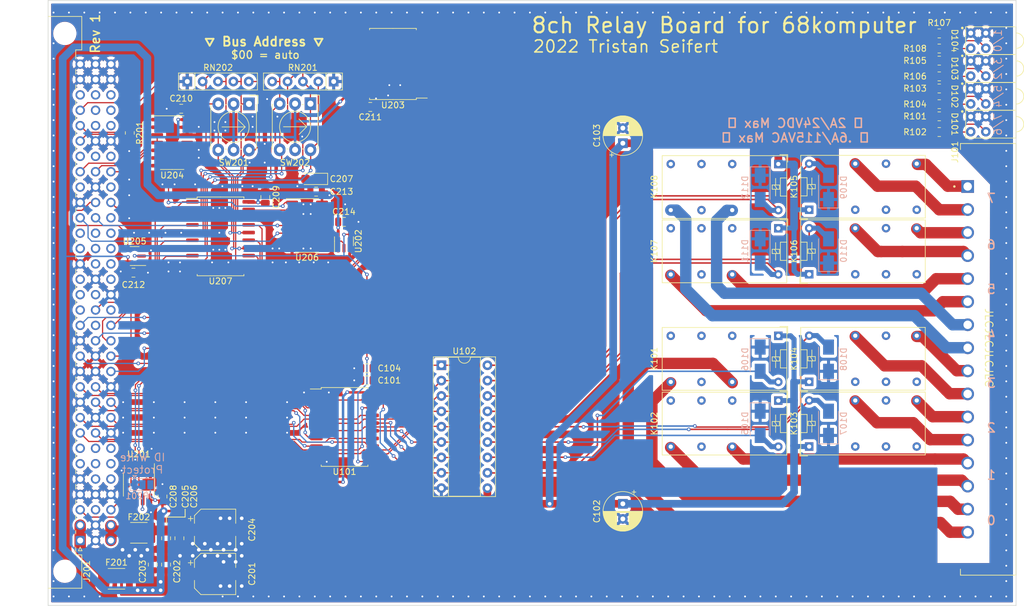
<source format=kicad_pcb>
(kicad_pcb (version 20211014) (generator pcbnew)
  (title_block (title "8 Channel Relay IO") (date "2022-01-09") (rev "1") (company "Tristan Seifert"))
  (layers (0 "F.Cu" signal) (31 "B.Cu" signal) (34 "B.Paste" user) (35 "F.Paste" user) (36 "B.SilkS" user "B.Silkscreen") (37 "F.SilkS" user "F.Silkscreen") (38 "B.Mask" user) (39 "F.Mask" user) (44 "Edge.Cuts" user))
  (net 0 "")
  (net 1 "+5V")
  (net 2 "GND")
  (net 3 "+12V")
  (net 4 "Net-(F201-Pad2)")
  (net 5 "Net-(F202-Pad2)")
  (net 6 "/Backplane Connection/I2C_SCL")
  (net 7 "/Backplane Connection/D9")
  (net 8 "/Backplane Connection/D10")
  (net 9 "/Backplane Connection/A23")
  (net 10 "/Backplane Connection/A20")
  (net 11 "/Backplane Connection/A13")
  (net 12 "/Backplane Connection/A14")
  (net 13 "/Backplane Connection/A11")
  (net 14 "/Backplane Connection/A7")
  (net 15 "/Backplane Connection/A5")
  (net 16 "/Backplane Connection/R{slash}~{W}")
  (net 17 "/Backplane Connection/CLK")
  (net 18 "/Backplane Connection/FC1")
  (net 20 "/Backplane Connection/~{IRQ_IN}")
  (net 21 "/Backplane Connection/~{IRQ_OUT}")
  (net 22 "/Backplane Connection/~{RESET}")
  (net 23 "/Backplane Connection/~{IACK}")
  (net 24 "/Backplane Connection/~{I2C_IRQ}")
  (net 25 "/Backplane Connection/D8")
  (net 26 "/Backplane Connection/D11")
  (net 27 "/Backplane Connection/D14")
  (net 28 "/Backplane Connection/A21")
  (net 29 "/Backplane Connection/A15")
  (net 30 "/Backplane Connection/A16")
  (net 31 "/Backplane Connection/A10")
  (net 32 "/Backplane Connection/A9")
  (net 33 "/Backplane Connection/A4")
  (net 34 "/Backplane Connection/A3")
  (net 35 "/Backplane Connection/~{LDS}")
  (net 36 "/Backplane Connection/~{DTACK}")
  (net 37 "/Backplane Connection/FC0")
  (net 39 "/Backplane Connection/~{BG}")
  (net 40 "/Backplane Connection/~{BR}")
  (net 41 "/Backplane Connection/~{IRQ}")
  (net 42 "/Backplane Connection/I2C_SDA")
  (net 43 "/Backplane Connection/D13")
  (net 44 "/Backplane Connection/D15")
  (net 45 "/Backplane Connection/D12")
  (net 46 "/Backplane Connection/A22")
  (net 47 "/Backplane Connection/A19")
  (net 48 "/Backplane Connection/A17")
  (net 49 "/Backplane Connection/A18")
  (net 50 "/Backplane Connection/A12")
  (net 51 "/Backplane Connection/A8")
  (net 52 "/Backplane Connection/A6")
  (net 53 "/Backplane Connection/A2")
  (net 54 "/Backplane Connection/A1")
  (net 55 "/Backplane Connection/~{UDS}")
  (net 56 "/Backplane Connection/~{AS}")
  (net 58 "/Backplane Connection/FC2")
  (net 60 "/Backplane Connection/~{HALT}")
  (net 61 "/Backplane Connection/~{BGACK}")
  (net 62 "/Backplane Connection/~{BERR}")
  (net 63 "Net-(JP201-Pad2)")
  (net 64 "Net-(D101-Pad1)")
  (net 65 "Net-(D101-Pad2)")
  (net 66 "Net-(D102-Pad1)")
  (net 67 "Net-(D102-Pad2)")
  (net 68 "Net-(D103-Pad1)")
  (net 69 "Net-(D103-Pad2)")
  (net 70 "Net-(D104-Pad1)")
  (net 71 "Net-(D104-Pad2)")
  (net 72 "/SW7")
  (net 73 "/COMM7")
  (net 74 "/SW6")
  (net 75 "/COMM6")
  (net 76 "/SW5")
  (net 77 "/COMM5")
  (net 78 "/SW4")
  (net 79 "/COMM4")
  (net 80 "/SW3")
  (net 81 "/COMM3")
  (net 82 "/SW2")
  (net 83 "/COMM2")
  (net 84 "/SW1")
  (net 85 "/COMM1")
  (net 86 "/SW0")
  (net 87 "/COMM0")
  (net 88 "/D0")
  (net 89 "/D1")
  (net 90 "/D2")
  (net 91 "/D3")
  (net 92 "/LATCH")
  (net 93 "/D4")
  (net 94 "/D5")
  (net 95 "/D6")
  (net 96 "/D7")
  (net 129 "/RELAY7")
  (net 130 "/RELAY6")
  (net 131 "/RELAY5")
  (net 132 "/RELAY4")
  (net 133 "/RELAY3")
  (net 134 "/RELAY2")
  (net 135 "/RELAY1")
  (net 136 "/RELAY0")
  (net 137 "/Backplane Connection/SET4")
  (net 138 "/Backplane Connection/SET5")
  (net 139 "/Backplane Connection/SET6")
  (net 140 "/Backplane Connection/SET7")
  (net 141 "/OUT0")
  (net 142 "/OUT1")
  (net 143 "/OUT2")
  (net 144 "/OUT3")
  (net 145 "/OUT4")
  (net 146 "/OUT5")
  (net 147 "/OUT6")
  (net 148 "/OUT7")
  (net 149 "/Backplane Connection/SET0")
  (net 150 "/Backplane Connection/SET1")
  (net 151 "/Backplane Connection/SET2")
  (net 152 "/Backplane Connection/SET3")
  (net 155 "Net-(U204-Pad3)")
  (net 156 "/Backplane Connection/CPUSPACE")
  (net 160 "/Backplane Connection/~{MATCH}")
  (net 161 "Net-(U206-Pad10)")
  (net 162 "Net-(U206-Pad6)")
  (net 163 "/Backplane Connection/~{LATCH}")
  (footprint "68komputer-common:H201Cxx" (layer "F.Cu") (at 180 26.65 -90)
    (fp_text reference "D104")
    (fp_text value "G/G" hide)
  )
  (footprint "Resistor_SMD:R_0805_2012Metric" (layer "F.Cu") (at 167.3 39.15 180)
    (fp_text reference "R101")
    (fp_text value "750R" hide)
  )
  (footprint "Capacitor_SMD:C_0805_2012Metric" (layer "F.Cu") (at 72.7 82.8 180)
    (fp_text reference "C101")
    (fp_text value "100nF" hide)
  )
  (footprint "Relay_THT:Relay_DPDT_Omron_G5V-2" (layer "F.Cu") (at 140.7 75.4375 -90)
    (fp_text reference "K101")
    (fp_text value "G5V-2")
  )
  (footprint "68komputer-common:H201Cxx" (layer "F.Cu") (at 180 31.25 -90)
    (fp_text reference "D103")
    (fp_text value "G/G" hide)
  )
  (footprint "Capacitor_SMD:CP_Elec_6.3x5.7" (layer "F.Cu") (at 47.6 114.8)
    (fp_text reference "C201")
    (fp_text value "47µF" hide)
  )
  (footprint "Button_Switch_THT:Nidec_Copal_SH-7010C" (layer "F.Cu") (at 53.2 37.1 -90)
    (fp_text reference "SW201")
    (fp_text value "SW_Coded_SH-7050" hide)
  )
  (footprint "Capacitor_SMD:C_0805_2012Metric" (layer "F.Cu") (at 38.9 102 90)
    (fp_text reference "C208")
    (fp_text value "100nF" hide)
  )
  (footprint "Button_Switch_THT:Nidec_Copal_SH-7010C" (layer "F.Cu") (at 63.3625 37.0675 -90)
    (fp_text reference "SW202")
    (fp_text value "SW_Coded_SH-7050" hide)
  )
  (footprint "Package_SO:SOIC-20W_7.5x12.8mm_P1.27mm" (layer "F.Cu") (at 48.5 59)
    (fp_text reference "U207")
    (fp_text value "74LS688" hide)
  )
  (footprint "Package_SO:SOIC-18W_7.5x11.6mm_P1.27mm" (layer "F.Cu") (at 77 30.5 180)
    (fp_text reference "U203")
    (fp_text value "MCP23008-xSO" hide)
  )
  (footprint "68komputer-common:CUI_TBP02R1W-381-16BE" (layer "F.Cu") (at 172 50.75 -90)
    (fp_text reference "J101")
    (fp_text value "Screw_Terminal_01x16")
  )
  (footprint "Capacitor_Tantalum_SMD:CP_EIA-3216-18_Kemet-A" (layer "F.Cu") (at 63.9 49.5 180)
    (fp_text reference "C207")
    (fp_text value "10µF" hide)
  )
  (footprint "Resistor_THT:R_Array_SIP5" (layer "F.Cu") (at 67.2 33.4 180)
    (fp_text reference "RN201")
    (fp_text value "10k" hide)
  )
  (footprint "Capacitor_SMD:C_0805_2012Metric" (layer "F.Cu") (at 34.1 65)
    (fp_text reference "C212")
    (fp_text value "100nF" hide)
  )
  (footprint "Fuse:Fuse_1812_4532Metric" (layer "F.Cu") (at 31.3 115.6 180)
    (fp_text reference "F201")
    (fp_text value "500mA")
  )
  (footprint "Resistor_SMD:R_0805_2012Metric" (layer "F.Cu") (at 33.5 41.9 -90)
    (fp_text reference "R201")
    (fp_text value "0R" hide)
  )
  (footprint "Resistor_SMD:R_0805_2012Metric" (layer "F.Cu") (at 167.3 25.45 180)
    (fp_text reference "R107")
    (fp_text value "750R" hide)
  )
  (footprint "Package_SO:SOIC-8_3.9x4.9mm_P1.27mm" (layer "F.Cu") (at 35 100 -90)
    (fp_text reference "U201")
    (fp_text value "AT24CS32-SSHM")
  )
  (footprint "Capacitor_THT:CP_Radial_D6.3mm_P2.50mm" (layer "F.Cu") (at 115 43.6 90)
    (fp_text reference "C103")
    (fp_text value "22µF" hide)
  )
  (footprint "Relay_THT:Relay_DPDT_Omron_G5V-2" (layer "F.Cu") (at 140.7 47.0375 -90)
    (fp_text reference "K108")
    (fp_text value "G5V-2")
  )
  (footprint "Relay_THT:Relay_DPDT_Omron_G5V-2" (layer "F.Cu") (at 140.7 57.6625 -90)
    (fp_text reference "K107")
    (fp_text value "G5V-2")
  )
  (footprint "Package_SO:SOIC-20W_7.5x12.8mm_P1.27mm" (layer "F.Cu") (at 69 90.5)
    (fp_text reference "U101")
    (fp_text value "74HC373")
  )
  (footprint "Relay_THT:Relay_DPDT_Omron_G5V-2" (layer "F.Cu") (at 140.7 86.1375 -90)
    (fp_text reference "K102")
    (fp_text value "G5V-2")
  )
  (footprint "Resistor_SMD:R_0805_2012Metric" (layer "F.Cu") (at 167.3 27.95 180)
    (fp_text reference "R108")
    (fp_text value "750R" hide)
  )
  (footprint "Package_SO:SO-14_3.9x8.65mm_P1.27mm" (layer "F.Cu") (at 40.5 43.5)
    (fp_text reference "U204")
    (fp_text value "74HCT08" hide)
  )
  (footprint "68komputer-common:SC-74-5_1.5x2.9mm_P0.95mm" (layer "F.Cu") (at 34.3 62.25 180)
    (fp_text reference "U205")
    (fp_text value "74LVC1G06" hide)
  )
  (footprint "LOGO" (layer "F.Cu") (at 100 111.5)
    (fp_text reference "G***" hide)
    (fp_text value "LOGO" hide)
  )
  (footprint "Resistor_SMD:R_0805_2012Metric" (layer "F.Cu") (at 167.3 32.55 180)
    (fp_text reference "R106")
    (fp_text value "750R" hide)
  )
  (footprint "Capacitor_SMD:C_0805_2012Metric" (layer "F.Cu") (at 37.3 113.25 90)
    (fp_text reference "C203")
    (fp_text value "100nF" hide)
  )
  (footprint "68komputer-common:H201Cxx" (layer "F.Cu") (at 180 35.85 -90)
    (fp_text reference "D102")
    (fp_text value "G/G" hide)
  )
  (footprint "Resistor_SMD:R_0805_2012Metric" (layer "F.Cu") (at 167.3 41.75 180)
    (fp_text reference "R102")
    (fp_text value "750R" hide)
  )
  (footprint "Capacitor_SMD:C_0805_2012Metric" (layer "F.Cu") (at 72.7 80.8 180)
    (fp_text reference "C104")
    (fp_text value "4.7µF" hide)
  )
  (footprint "Resistor_SMD:R_0805_2012Metric" (layer "F.Cu") (at 167.3 29.95 180)
    (fp_text reference "R105")
    (fp_text value "750R" hide)
  )
  (footprint "68komputer-common:H201Cxx" (layer "F.Cu") (at 180 40.45 -90)
    (fp_text reference "D101")
    (fp_text value "G/G" hide)
  )
  (footprint "Capacitor_SMD:C_0805_2012Metric" (layer "F.Cu") (at 55.9 52.5 90)
    (fp_text reference "C209")
    (fp_text value "100nF" hide)
  )
  (footprint "Package_SO:SO-14_3.9x8.65mm_P1.27mm" (layer "F.Cu") (at 62.8 57.2)
    (fp_text reference "U206")
    (fp_text value "74HCT32" hide)
  )
  (footprint "Connector_DIN:DIN41612_R_3x32_Male_Horizontal_THT" (layer "F.Cu") (at 25.3 109.27 90)
    (fp_text reference "J201")
    (fp_text value "Backplane")
  )
  (footprint "68komputer-common:SC-74-5_1.5x2.9mm_P0.95mm" (layer "F.Cu") (at 68.9 59.8 90)
    (fp_text reference "U202")
    (fp_text value "74HCT1G04G" hide)
  )
  (footprint "Package_DIP:DIP-18_W7.62mm_Socket" (layer "F.Cu") (at 85 80.3)
    (fp_text reference "U102")
    (fp_text value "ULN2803A")
  )
  (footprint "Capacitor_SMD:C_0805_2012Metric" (layer "F.Cu") (at 64.3 51.6 180)
    (fp_text reference "C213")
    (fp_text value "100nF" hide)
  )
  (footprint "Relay_THT:Relay_DPDT_Omron_G5V-2" (layer "F.Cu") (at 145.8 93.7375 90)
    (fp_text reference "K103")
    (fp_text value "G5V-2")
  )
  (footprint "Relay_THT:Relay_DPDT_Omron_G5V-2" (layer "F.Cu") (at 145.8 65.2625 90)
    (fp_text reference "K106")
    (fp_text value "G5V-2")
  )
  (footprint "Relay_THT:Relay_DPDT_Omron_G5V-2" (layer "F.Cu") (at 145.8 83.0375 90)
    (fp_text reference "K104")
    (fp_text value "G5V-2")
  )
  (footprint "Capacitor_SMD:C_0805_2012Metric" (layer "F.Cu") (at 68.9 56.6)
    (fp_text reference "C214")
    (fp_text value "100nF" hide)
  )
  (footprint "Capacitor_THT:CP_Radial_D6.3mm_P2.50mm" (layer "F.Cu") (at 115 103.2 -90)
    (fp_text reference "C102")
    (fp_text value "22µF" hide)
  )
  (footprint "Resistor_SMD:R_0805_2012Metric" (layer "F.Cu") (at 167.3 37.15 180)
    (fp_text reference "R104")
    (fp_text value "750R" hide)
  )
  (footprint "Capacitor_SMD:CP_Elec_6.3x5.7" (layer "F.Cu") (at 47.6 107.5)
    (fp_text reference "C204")
    (fp_text value "47µF" hide)
  )
  (footprint "Capacitor_SMD:C_0805_2012Metric" (layer "F.Cu") (at 39.5 113.25 90)
    (fp_text reference "C202")
    (fp_text value "1µF" hide)
  )
  (footprint "Capacitor_SMD:C_0805_2012Metric" (layer "F.Cu") (at 41.7 108.9 -90)
    (fp_text reference "C206")
    (fp_text value "100nF" hide)
  )
  (footprint "Resistor_THT:R_Array_SIP5" (layer "F.Cu") (at 43 33.4)
    (fp_text reference "RN202")
    (fp_text value "10k" hide)
  )
  (footprint "Fuse:Fuse_1812_4532Metric" (layer "F.Cu") (at 35 108 180)
    (fp_text reference "F202")
    (fp_text value "750mA")
  )
  (footprint "Capacitor_SMD:C_0805_2012Metric" (layer "F.Cu") (at 73.25 37.6 180)
    (fp_text reference "C211")
    (fp_text value "100nF" hide)
  )
  (footprint "Capacitor_SMD:C_0805_2012Metric" (layer "F.Cu") (at 42 37.9 180)
    (fp_text reference "C210")
    (fp_text value "100nF" hide)
  )
  (footprint "Relay_THT:Relay_DPDT_Omron_G5V-2" (layer "F.Cu") (at 145.8 54.6 90)
    (fp_text reference "K105")
    (fp_text value "G5V-2")
  )
  (footprint "Resistor_SMD:R_0805_2012Metric" (layer "F.Cu") (at 167.3 34.55 180)
    (fp_text reference "R103")
    (fp_text value "750R" hide)
  )
  (footprint "Capacitor_SMD:C_0805_2012Metric" (layer "F.Cu") (at 39.5 108.9 -90)
    (fp_text reference "C205")
    (fp_text value "1µF" hide)
  )
  (footprint "Diode_SMD:D_SMA" (layer "B.Cu") (at 149 79.3 90)
    (fp_text reference "D108")
    (fp_text value "S1M-HF")
  )
  (footprint "Diode_SMD:D_SMA" (layer "B.Cu") (at 149 89.9 90)
    (fp_text reference "D107")
    (fp_text value "S1M-HF")
  )
  (footprint "Diode_SMD:D_SMA" (layer "B.Cu") (at 137.7 79.3 -90)
    (fp_text reference "D106")
    (fp_text value "S1M-HF" hide)
  )
  (footprint "Diode_SMD:D_SMA" (layer "B.Cu") (at 149 50.9 90)
    (fp_text reference "D109")
    (fp_text value "S1M-HF")
  )
  (footprint "Diode_SMD:D_SMA" (layer "B.Cu") (at 137.7 89.9 -90)
    (fp_text reference "D105")
    (fp_text value "S1M-HF")
  )
  (footprint "Diode_SMD:D_SMA" (layer "B.Cu") (at 149 61.4 90)
    (fp_text reference "D110")
    (fp_text value "S1M-HF")
  )
  (footprint "Diode_SMD:D_SMA" (layer "B.Cu") (at 137.7 61.4 -90)
    (fp_text reference "D111")
    (fp_text value "S1M-HF")
  )
  (footprint "Jumper:SolderJumper-3_P1.3mm_Bridged2Bar12_Pad1.0x1.5mm" (layer "B.Cu") (at 35.6 100.0425)
    (fp_text reference "JP201")
    (fp_text value "WP")
  )
  (footprint "Diode_SMD:D_SMA" (layer "B.Cu") (at 137.7 50.9 -90)
    (fp_text reference "D112")
    (fp_text value "S1M-HF")
  )
  (gr_line (start 39.55 105.4) (end 39.55 106.45) (layer "F.SilkS") (width 0.15))
  (gr_line (start 42.65 104.1) (end 42.65 105.4) (layer "F.SilkS") (width 0.15))
  (gr_line (start 42.65 105.4) (end 39.55 105.4) (layer "F.SilkS") (width 0.15))
  (gr_line (start 20 120) (end 20 20) (layer "Edge.Cuts") (width 0.1))
  (gr_line (start 180 120) (end 20 120) (layer "Edge.Cuts") (width 0.1))
  (gr_line (start 20 20) (end 180 20) (layer "Edge.Cuts") (width 0.1))
  (gr_line (start 180 20) (end 180 120) (layer "Edge.Cuts") (width 0.1))
  (gr_text "5" (at 175.9 67.75) (layer "B.SilkS") (effects (font (size 1.5 1.5) (thickness 0.25)) (justify mirror)))
  (gr_text "7/6" (at 177 40.45 90) (layer "B.SilkS") (effects (font (size 1.27 1.27)) (justify mirror)))
  (gr_text "4" (at 175.9 75.35) (layer "B.SilkS") (effects (font (size 1.5 1.5) (thickness 0.25)) (justify mirror)))
  (gr_text "3" (at 175.9 83.25) (layer "B.SilkS") (effects (font (size 1.5 1.5) (thickness 0.25)) (justify mirror)))
  (gr_text "2" (at 175.9 90.65) (layer "B.SilkS") (effects (font (size 1.5 1.5) (thickness 0.25)) (justify mirror)))
  (gr_text "0" (at 175.9 105.95) (layer "B.SilkS") (effects (font (size 1.5 1.5) (thickness 0.25)) (justify mirror)))
  (gr_text "1/0" (at 177 26.65 90) (layer "B.SilkS") (effects (font (size 1.27 1.27)) (justify mirror)))
  (gr_text "7" (at 175.9 52.7) (layer "B.SilkS") (effects (font (size 1.5 1.5) (thickness 0.25)) (justify mirror)))
  (gr_text "1" (at 175.9 98.45) (layer "B.SilkS") (effects (font (size 1.5 1.5) (thickness 0.25)) (justify mirror)))
  (gr_text "⚠ 2A/24VDC Max ⚠\n⚠ .6A/115VAC Max ⚠" (at 143.5 41.5) (layer "B.SilkS") (effects (font (size 1.5 1.5) (thickness 0.25)) (justify mirror)))
  (gr_text "6" (at 175.9 60.4) (layer "B.SilkS") (effects (font (size 1.5 1.5) (thickness 0.25)) (justify mirror)))
  (gr_text "5/4" (at 177 35.85 90) (layer "B.SilkS") (effects (font (size 1.27 1.27)) (justify mirror)))
  (gr_text "3/2" (at 177 31.25 90) (layer "B.SilkS") (effects (font (size 1.27 1.27)) (justify mirror)))
  (gr_text "ID Write\nProtect" (at 35.6 96.55) (layer "B.SilkS") (effects (font (size 1.27 1.27)) (justify mirror)))
  (gr_text "JLCJLCJLCJLC" (at 175.5 77.4 270) (layer "F.SilkS") (effects (font (size 1.27 1.27))))
  (gr_text "8ch Relay Board for 68komputer" (at 163.8 24.1) (layer "F.SilkS") (effects (font (size 2.54 2.54) (thickness 0.35)) (justify right)))
  (gr_text "▽ Bus Address ▽" (at 55.7 26.8) (layer "F.SilkS") (effects (font (size 1.5 1.5) (thickness 0.3))))
  (gr_text "$00 = auto" (at 55.9 29) (layer "F.SilkS") (effects (font (size 1.27 1.27) (thickness 0.2))))
  (gr_text "Rev 1" (at 27.8 25.5 90) (layer "F.SilkS") (effects (font (size 1.5 1.5) (thickness 0.25))))
  (gr_text "2022 Tristan Seifert" (at 100 27.6) (layer "F.SilkS") (effects (font (size 2 2) (thickness 0.25)) (justify left)))
  (segment (start 45.9 99.6) (end 68.75 99.6) (width 0.4064) (layer "F.Cu") (net 1))
  (segment (start 73.65 84.785) (end 73.65 80.85) (width 0.4064) (layer "F.Cu") (net 1))
  (segment (start 33.1625 62.4375) (end 33.2 62.4) (width 0.254) (layer "F.Cu") (net 1))
  (segment (start 67.95 58.6625) (end 67.95 56.65) (width 0.4064) (layer "F.Cu") (net 1))
  (segment (start 39.1 104.4) (end 41.1 104.4) (width 0.4064) (layer "F.Cu") (net 1))
  (segment (start 66.5 52.2) (end 66.5 52) (width 0.4064) (layer "F.Cu") (net 1))
  (segment (start 72.35 35.58) (end 72.35 37.55) (width 0.2032) (layer "F.Cu") (net 1))
  (segment (start 75.96 33.04) (end 73.4 35.6) (width 0.2032) (layer "F.Cu") (net 1))
  (segment (start 73.65 80.85) (end 73.7 80.8) (width 0.4064) (layer "F.Cu") (net 1))
  (segment (start 33.1625 62.7375) (end 33.1625 62.4375) (width 0.254) (layer "F.Cu") (net 1))
  (segment (start 38.55 102.6) (end 37 102.6) (width 0.2032) (layer "F.Cu") (net 1))
  (segment (start 54.7 53.4) (end 56.1 53.4) (width 0.4064) (layer "F.Cu") (net 1))
  (segment (start 38.9 104.2) (end 38.9 102.95) (width 0.4064) (layer "F.Cu") (net 1))
  (segment (start 39.1 104.4) (end 38.9 104.2) (width 0.4064) (layer "F.Cu") (net 1))
  (segment (start 65.275 53.39) (end 65.275 51.775) (width 0.4064) (layer "F.Cu") (net 1))
  (segment (start 66.5 52) (end 66.1 51.6) (width 0.4064) (layer "F.Cu") (net 1))
  (segment (start 65.25 51.6) (end 65.25 49.65) (width 0.4064) (layer "F.Cu") (net 1))
  (segment (start 69.45 84.75) (end 69.485 84.785) (width 0.4064) (layer "F.Cu") (net 1))
  (segment (start 53.065 53.4) (end 53.05 53.385) (width 0.4064) (layer "F.Cu") (net 1))
  (segment (start 66.1 51.6) (end 65.25 51.6) (width 0.4064) (layer "F.Cu") (net 1))
  (segment (start 38.9 102.95) (end 38.55 102.6) (width 0.2032) (layer "F.Cu") (net 1))
  (segment (start 42.975 39.69) (end 42.975 37.825) (width 0.4064) (layer "F.Cu") (net 1))
  (segment (start 68.3 36.7) (end 69.4 35.6) (width 0.4064) (layer "F.Cu") (net 1))
  (segment (start 33.15 65.1) (end 33.15 62.75) (width 0.254) (layer "F.Cu") (net 1))
  (segment (start 69.4 35.6) (end 72.3 35.6) (width 0.4064) (layer "F.Cu") (net 1))
  (segment (start 33.1625 63.2) (end 33.1625 62.7375) (width 0.254) (layer "F.Cu") (net 1))
  (segment (start 81.65 33.04) (end 75.96 33.04) (width 0.2032) (layer "F.Cu") (net 1))
  (segment (start 65.275 51.775) (end 65.2 51.7) (width 0.4064) (layer "F.Cu") (net 1))
  (segment (start 36.9 102.7) (end 36.9 102.5) (width 0.2032) (layer "F.Cu") (net 1))
  (segment (start 41.51 39.69) (end 41.5 39.7) (width 0.2032) (layer "F.Cu") (net 1))
  (segment (start 33.15 62.75) (end 33.1625 62.7375) (width 0.254) (layer "F.Cu") (net 1))
  (segment (start 37 102.6) (end 36.9 102.7) (width 0.2032) (layer "F.Cu") (net 1))
  (segment (start 41.1 104.4) (end 45.9 99.6) (width 0.4064) (layer "F.Cu") (net 1))
  (segment (start 69.485 84.785) (end 73.65 84.785) (width 0.4064) (layer "F.Cu") (net 1))
  (segment (start 73.4 35.6) (end 72.4 35.6) (width 0.2032) (layer "F.Cu") (net 1))
  (segment (start 54.7 53.4) (end 53.065 53.4) (width 0.4064) (layer "F.Cu") (net 1))
  (segment (start 67.95 56.65) (end 67.9 56.6) (width 0.4064) (layer "F.Cu") (net 1))
  (segment (start 42.975 39.69) (end 41.51 39.69) (width 0.4064) (layer "F.Cu") (net 1))
  (segment (start 65.25 49.65) (end 65.2 49.6) (width 0.4064) (layer "F.Cu") (net 1))
  (via (at 37.7 102.6) (size 0.6) (drill 0.3) (layers "F.Cu" "B.Cu") (net 1))
  (via (at 66.5 52.2) (size 0.6) (drill 0.3) (layers "F.Cu" "B.Cu") (net 1))
  (via (at 68.75 99.6) (size 0.6) (drill 0.3) (layers "F.Cu" "B.Cu") (net 1))
  (via (at 39.1 104.4) (size 1.2) (drill 0.6) (layers "F.Cu" "B.Cu") (net 1))
  (via (at 54.7 53.4) (size 0.6) (drill 0.3) (layers "F.Cu" "B.Cu") (net 1))
  (via (at 37.3 117.5) (size 1.2) (drill 0.6) (layers "F.Cu" "B.Cu") (net 1))
  (via (at 67.95 57.55) (size 0.6) (drill 0.3) (layers "F.Cu" "B.Cu") (net 1))
  (via (at 41.5 39.7) (size 0.6) (drill 0.3) (layers "F.Cu" "B.Cu") (net 1))
  (via (at 36 117.5) (size 1.2) (drill 0.6) (layers "F.Cu" "B.Cu") (net 1))
  (via (at 38.6 117.5) (size 1.2) (drill 0.6) (layers "F.Cu" "B.Cu") (net 1))
  (via (at 68.3 36.7) (size 0.6) (drill 0.3) (layers "F.Cu" "B.Cu") (net 1))
  (via (at 38.6 116.1) (size 1.2) (drill 0.6) (layers "F.Cu" "B.Cu") (net 1))
  (via (at 69.45 84.75) (size 0.6) (drill 0.3) (layers "F.Cu" "B.Cu") (net 1))
  (via (at 34.8 117.5) (size 1.2) (drill 0.6) (layers "F.Cu" "B.Cu") (net 1))
  (via (at 33.2 62.4) (size 0.6) (drill 0.3) (layers "F.Cu" "B.Cu") (net 1))
  (segment (start 60.8225 39.9775) (end 60.8225 37.0225) (width 0.4064) (layer "B.Cu") (net 1))
  (segment (start 38.6 104.9) (end 39.1 104.4) (width 1.27) (layer "B.Cu") (net 1))
  (segment (start 50.6 42.6) (end 41.4 42.6) (width 0.4064) (layer "B.Cu") (net 1))
  (segment (start 22.4 62.1) (end 22.4 29.6) (width 1.27) (layer "B.Cu") (net 1))
  (segment (start 60.8225 39.9775) (end 65.0225 39.9775) (width 0.4064) (layer "B.Cu") (net 1))
  (segment (start 60.8225 42.7225) (end 60.8225 39.9775) (width 0.4064) (layer "B.Cu") (net 1))
  (segment (start 50.66 37.1) (end 50.66 42.96) (width 0.4064) (layer "B.Cu") (net 1))
  (segment (start 36.4 49.3) (end 36.4 50.1) (width 1.27) (layer "B.Cu") (net 1))
  (segment (start 54.7 53.4) (end 54.7 52.2) (width 0.4064) (layer "B.Cu") (net 1))
  (segment (start 66.5 52.2) (end 38.2 52.2) (width 1.27) (layer "B.Cu") (net 1))
  (segment (start 60.8225 44.6875) (end 60.8225 42.7225) (width 0.4064) (layer "B.Cu") (net 1))
  (segment (start 37.7 102.6) (end 36.9 101.8) (width 0.2032) (layer "B.Cu") (net 1))
  (segment (start 41.4 42.6) (end 36.8 42.6) (width 0.4064) (layer "B.Cu") (net 1))
  (segment (start 68.75 85.45) (end 68.75 99.6) (width 0.4064) (layer "B.Cu") (net 1))
  (segment (start 67.95 57.55) (end 67.95 52.75) (width 0.4064) (layer "B.Cu") (net 1))
  (segment (start 33.1 62.3) (end 22.6 62.3) (width 0.254) (layer "B.Cu") (net 1))
  (segment (start 34.663521 27.763521) (end 36.4 29.5) (width 1.27) (layer "B.Cu") (net 1))
  (segment (start 50.6 42.6) (end 60.7 42.6) (width 0.4064) (layer "B.Cu") (net 1))
  (segment (start 36.4 42.2) (end 36.4 49.3) (width 1.27) (layer "B.Cu") (net 1))
  (segment (start 29.4 117.5) (end 22.4 110.5) (width 1.27) (layer "B.Cu") (net 1))
  (segment (start 69.45 84.75) (end 68.75 85.45) (width 0.4064) (layer "B.Cu") (net 1))
  (segment (start 36.9 101.8) (end 36.9 100.0425) (width 0.2032) (layer "B.Cu") (net 1))
  (segment (start 41.5 42.5) (end 41.4 42.6) (width 0.2032) (layer "B.Cu") (net 1))
  (segment (start 36.4 50.4) (end 36.4 49.3) (width 1.27) (layer "B.Cu") (net 1))
  (segment (start 36.4 29.5) (end 36.4 42.2) (width 1.27) (layer "B.Cu") (net 1))
  (segment (start 38.2 52.2) (end 36.4 50.4) (width 1.27) (layer "B.Cu") (net 1))
  (segment (start 38.6 117.5) (end 38.6 104.9) (width 1.27) (layer "B.Cu") (net 1))
  (segment (start 67.4 52.2) (end 66.5 52.2) (width 0.4064) (layer "B.Cu") (net 1))
  (segment (start 50.66 42.66) (end 50.6 42.6) (width 0.4064) (layer "B.Cu") (net 1))
  (segment (start 65.0225 39.9775) (end 68.3 36.7) (width 0.4064) (layer "B.Cu") (net 1))
  (segment (start 33.2 62.4) (end 33.1 62.3) (width 0.254) (layer "B.Cu") (net 1))
  (segment (start 38.6 117.5) (end 29.4 117.5) (width 1.27) (layer "B.Cu") (net 1))
  (segment (start 22.4 29.6) (end 24.236479 27.763521) (width 1.27) (layer "B.Cu") (net 1))
  (segment (start 41.5 39.7) (end 41.5 42.5) (width 0.4064) (layer "B.Cu") (net 1))
  (segment (start 22.6 62.3) (end 22.4 62.1) (width 0.254) (layer "B.Cu") (net 1))
  (segment (start 50.66 42.96) (end 50.66 42.66) (width 0.4064) (layer "B.Cu") (net 1))
  (segment (start 22.4 110.5) (end 22.4 62.1) (width 1.27) (layer "B.Cu") (net 1))
  (segment (start 67.95 52.75) (end 67.4 52.2) (width 0.4064) (layer "B.Cu") (net 1))
  (segment (start 60.7 42.6) (end 60.8225 42.7225) (width 0.4064) (layer "B.Cu") (net 1))
  (segment (start 24.236479 27.763521) (end 34.663521 27.763521) (width 1.27) (layer "B.Cu") (net 1))
  (segment (start 50.66 44.72) (end 50.66 42.96) (width 0.4064) (layer "B.Cu") (net 1))
  (segment (start 38.9 101.05) (end 38.9 99.95) (width 0.2032) (layer "F.Cu") (net 2))
  (segment (start 71.75 82.8) (end 70.6 82.8) (width 0.4064) (layer "F.Cu") (net 2))
  (segment (start 32.325 97.525) (end 33.095 97.525) (width 0.2032) (layer "F.Cu") (net 2))
  (segment (start 34.365 95.935) (end 34.4 95.9) (width 0.2032) (layer "F.Cu") (net 2))
  (segment (start 34.365 97.525) (end 34.365 95.935) (width 0.2032) (layer "F.Cu") (net 2))
  (segment (start 32.15 97.7) (end 32.325 97.525) (width 0.2032) (layer "F.Cu") (net 2))
  (segment (start 66.015 96.215) (end 66.05 96.25) (width 0.4064) (layer "F.Cu") (net 2))
  (segment (start 64.35 96.215) (end 66.015 96.215) (width 0.4064) (layer "F.Cu") (net 2))
  (segment (start 71.75 80.8) (end 70.6 80.8) (width 0.4064) (layer "F.Cu") (net 2))
  (via (at 81.86 118.52) (size 0.6) (drill 0.3) (layers "F.Cu" "B.Cu") (net 2))
  (via (at 45.9 111.8) (size 1.2) (drill 0.6) (layers "F.Cu" "B.Cu") (net 2))
  (via (at 37 104.6) (size 0.6) (drill 0.3) (layers "F.Cu" "B.Cu") (net 2))
  (via (at 20.9 29.62) (size 0.6) (drill 0.3) (layers "F.Cu" "B.Cu") (net 2))
  (via (at 66.3 63.3) (size 0.6) (drill 0.3) (layers "F.Cu" "B.Cu") (net 2))
  (via (at 178.38 100.74) (size 0.6) (drill 0.3) (layers "F.Cu" "B.Cu") (net 2))
  (via (at 158.06 118.52) (size 0.6) (drill 0.3) (layers "F.Cu" "B.Cu") (net 2))
  (via (at 62.2 61) (size 0.6) (drill 0.3) (layers "F.Cu" "B.Cu") (net 2))
  (via (at 69.16 22) (size 0.6) (drill 0.3) (layers "F.Cu" "B.Cu") (net 2))
  (via (at 119.96 118.52) (size 0.6) (drill 0.3) (layers "F.Cu" "B.Cu") (net 2))
  (via (at 45.9 109.8) (size 1.2) (drill 0.6) (layers "F.Cu" "B.Cu") (net 2))
  (via (at 43.9 111.8) (size 1.2) (drill 0.6) (layers "F.Cu" "B.Cu") (net 2))
  (via (at 147.9 22) (size 0.6) (drill 0.3) (layers "F.Cu" "B.Cu") (net 2))
  (via (at 59 118.52) (size 0.6) (drill 0.3) (layers "F.Cu" "B.Cu") (net 2))
  (via (at 20.9 77.88) (size 0.6) (drill 0.3) (layers "F.Cu" "B.Cu") (net 2))
  (via (at 20.9 95.66) (size 0.6) (drill 0.3) (layers "F.Cu" "B.Cu") (net 2))
  (via (at 165.68 118.52) (size 0.6) (drill 0.3) (layers "F.Cu" "B.Cu") (net 2))
  (via (at 56.46 118.52) (size 0.6) (drill 0.3) (layers "F.Cu" "B.Cu") (net 2))
  (via (at 32 64.8) (size 0.6) (drill 0.3) (layers "F.Cu" "B.Cu") (net 2))
  (via (at 48 109.8) (size 1.2) (drill 0.6) (layers "F.Cu" "B.Cu") (net 2))
  (via (at 25.98 22) (size 0.6) (drill 0.3) (layers "F.Cu" "B.Cu") (net 2))
  (via (at 109.8 22) (size 0.6) (drill 0.3) (layers "F.Cu" "B.Cu") (net 2))
  (via (at 137.74 118.52) (size 0.6) (drill 0.3) (layers "F.Cu" "B.Cu") (net 2))
  (via (at 94.56 118.52) (size 0.6) (drill 0.3) (layers "F.Cu" "B.Cu") (net 2))
  (via (at 20.9 100.74) (size 0.6) (drill 0.3) (layers "F.Cu" "B.Cu") (net 2))
  (via (at 20.9 44.86) (size 0.6) (drill 0.3) (layers "F.Cu" "B.Cu") (net 2))
  (via (at 46.9 110.8) (size 1.2) (drill 0.6) (layers "F.Cu" "B.Cu") (net 2))
  (via (at 94.56 22) (size 0.6) (drill 0.3) (layers "F.Cu" "B.Cu") (net 2))
  (via (at 37.48 86.4) (size 0.6) (drill 0.3) (layers "F.Cu" "B.Cu") (net 2))
  (via (at 86.94 22) (size 0.6) (drill 0.3) (layers "F.Cu" "B.Cu") (net 2))
  (via (at 48.5 105.6) (size 1.2) (drill 0.6) (layers "F.Cu" "B.Cu") (net 2))
  (via (at 58.2 61) (size 0.6) (drill 0.3) (layers "F.Cu" "B.Cu") (net 2))
  (via (at 122.5 118.52) (size 0.6) (drill 0.3) (layers "F.Cu" "B.Cu") (net 2))
  (via (at 20.9 55.02) (size 0.6) (drill 0.3) (layers "F.Cu" "B.Cu") (net 2))
  (via (at 125.04 118.52) (size 0.6) (drill 0.3) (layers "F.Cu" "B.Cu") (net 2))
  (via (at 127.58 118.52) (size 0.6) (drill 0.3) (layers "F.Cu" "B.Cu") (net 2))
  (via (at 59 22) (size 0.6) (drill 0.3) (layers "F.Cu" "B.Cu") (net 2))
  (via (at 39.6 37.9) (size 0.6) (drill 0.3) (layers "F.Cu" "B.Cu") (net 2))
  (via (at 38.9 99.95) (size 0.6) (drill 0.3) (layers "F.Cu" "B.Cu") (net 2))
  (via (at 41.22 22) (size 0.6) (drill 0.3) (layers "F.Cu" "B.Cu") (net 2))
  (via (at 53.3 46.8) (size 0.6) (drill 0.3) (layers "F.Cu" "B.Cu") (net 2))
  (via (at 168.22 22) (size 0.6) (drill 0.3) (layers "F.Cu" "B.Cu") (net 2))
  (via (at 178.38 67.72) (size 0.6) (drill 0.3) (layers "F.Cu" "B.Cu") (net 2))
  (via (at 36.4 110.8) (size 1.2) (drill 0.6) (layers "F.Cu" "B.Cu") (net 2))
  (via (at 57.1 61) (size 0.6) (drill 0.3) (layers "F.Cu" "B.Cu") (net 2))
  (via (at 42.56 86.4) (size 0.6) (drill 0.3) (layers "F.Cu" "B.Cu") (net 2))
  (via (at 20.9 47.4) (size 0.6) (drill 0.3) (layers "F.Cu" "B.Cu") (net 2))
  (via (at 76.78 118.52) (size 0.6) (drill 0.3) (layers "F.Cu" "B.Cu") (net 2))
  (via (at 97.1 22) (size 0.6) (drill 0.3) (layers "F.Cu" "B.Cu") (net 2))
  (via (at 59.5 86.4) (size 0.6) (drill 0.3) (layers "F.Cu" "B.Cu") (net 2))
  (via (at 20.9 105.82) (size 0.6) (drill 0.3) (layers "F.Cu" "B.Cu") (net 2))
  (via (at 70.6 82.8) (size 0.6) (drill 0.3) (layers "F.Cu" "B.Cu") (net 2))
  (via (at 48.3 58.4) (size 0.6) (drill 0.3) (layers "F.Cu" "B.Cu") (net 2))
  (via (at 63.4 55.3) (size 0.6) (drill 0.3) (layers "F.Cu" "B.Cu") (net 2))
  (via (at 53.8 39.2) (size 0.6) (drill 0.3) (layers "F.Cu" "B.Cu") (net 2))
  (via (at 84.4 118.52) (size 0.6) (drill 0.3) (layers "F.Cu" "B.Cu") (net 2))
  (via (at 36.7 58.4) (size 0.6) (drill 0.3) (layers "F.Cu" "B.Cu") (net 2))
  (via (at 178.38 108.36) (size 0.6) (drill 0.3) (layers "F.Cu" "B.Cu") (net 2))
  (via (at 66.62 118.52) (size 0.6) (drill 0.3) (layers "F.Cu" "B.Cu") (net 2))
  (via (at 66.62 22) (size 0.6) (drill 0.3) (layers "F.Cu" "B.Cu") (net 2))
  (via (at 178.38 115.98) (size 0.6) (drill 0.3) (layers "F.Cu" "B.Cu") (net 2))
  (via (at 178.38 93.12) (size 0.6) (drill 0.3) (layers "F.Cu" "B.Cu") (net 2))
  (via (at 49 112.8) (size 1.2) (drill 0.6) (layers "F.Cu" "B.Cu") (net 2))
  (via (at 63.4 61) (size 0.6) (drill 0.3) (layers "F.Cu" "B.Cu") (net 2))
  (via (at 42 58.4) (size 0.6) (drill 0.3) (layers "F.Cu" "B.Cu") (net 2))
  (via (at 55.8 46.8) (size 0.6) (drill 0.3) (layers "F.Cu" "B.Cu") (net 2))
  (via (at 37.48 91.45) (size 0.6) (drill 0.3) (layers "F.Cu" "B.Cu") (net 2))
  (via (at 20.9 34.7) (size 0.6) (drill 0.3) (layers "F.Cu" "B.Cu") (net 2))
  (via (at 25.98 118.52) (size 0.6) (drill 0.3) (layers "F.Cu" "B.Cu") (net 2))
  (via (at 99.64 118.52) (size 0.6) (drill 0.3) (layers "F.Cu" "B.Cu") (net 2))
  (via (at 178.38 118.52) (size 0.6) (drill 0.3) (layers "F.Cu" "B.Cu") (net 2))
  (via (at 102.18 22) (size 0.6) (drill 0.3) (layers "F.Cu" "B.Cu") (net 2))
  (via (at 97.1 118.52) (size 0.6) (drill 0.3) (layers "F.Cu" "B.Cu") (net 2))
  (via (at 20.9 85.5) (size 0.6) (drill 0.3) (layers "F.Cu" "B.Cu") (net 2))
  (via (at 59.5 88.95) (size 0.6) (drill 0.3) (layers "F.Cu" "B.Cu") (net 2))
  (via (at 178.38 32.16) (size 0.6) (drill 0.3) (layers "F.Cu" "B.Cu") (net 2))
  (via (at 20.9 42.32) (size 0.6) (drill 0.3) (layers "F.Cu" "B.Cu") (net 2))
  (via (at 178.38 90.58) (size 0.6) (drill 0.3) (layers "F.Cu" "B.Cu") (net 2))
  (via (at 160.6 118.52) (size 0.6) (drill 0.3) (layers "F.Cu" "B.Cu") (net 2))
  (via (at 44.9 44.7) (size 0.6) (drill 0.3) (layers "F.Cu" "B.Cu") (net 2))
  (via (at 163.14 118.52) (size 0.6) (drill 0.3) (layers "F.Cu" "B.Cu") (net 2))
  (via (at 33.4 52.2) (size 0.6) (drill 0.3) (layers "F.Cu" "B.Cu") (net 2))
  (via (at 33.4 44.9) (size 0.6) (drill 0.3) (layers "F.Cu" "B.Cu") (net 2))
  (via (at 44.9 40.9) (size 0.6) (drill 0.3) (layers "F.Cu" "B.Cu") (net 2))
  (via (at 38.68 22) (size 0.6) (drill 0.3) (layers "F.Cu" "B.Cu") (net 2))
  (via (at 64.08 118.52) (size 0.6) (drill 0.3) (layers "F.Cu" "B.Cu") (net 2))
  (via (at 41.8 64.8) (size 0.6) (drill 0.3) (layers "F.Cu" "B.Cu") (net 2))
  (via (at 173.3 22) (size 0.6) (drill 0.3) (layers "F.Cu" "B.Cu") (net 2))
  (via (at 51 112.8) (size 1.2) (drill 0.6) (layers "F.Cu" "B.Cu") (net 2))
  (via (at 53.92 22) (size 0.6) (drill 0.3) (layers "F.Cu" "B.Cu") (net 2))
  (via (at 23.44 118.52) (size 0.6) (drill 0.3) (layers "F.Cu" "B.Cu") (net 2))
  (via (at 150.44 118.52) (size 0.6) (drill 0.3) (layers "F.Cu" "B.Cu") (net 2))
  (via (at 71.7 118.52) (size 0.6) (drill 0.3) (layers "F.Cu" "B.Cu") (net 2))
  (via (at 39.9 63.3) (size 0.6) (drill 0.3) (layers "F.Cu" "B.Cu") (net 2))
  (via (at 52.72 88.95) (size 0.6) (drill 0.3) (layers "F.Cu" "B.Cu") (net 2))
  (via (at 119.96 22) (size 0.6) (drill 0.3) (layers "F.Cu" "B.Cu") (net 2))
  (via (at 79.32 118.52) (size 0.6) (drill 0.3) (layers "F.Cu" "B.Cu") (net 2))
  (via (at 57.1 63.3) (size 0.6) (drill 0.3) (layers "F.Cu" "B.Cu") (net 2))
  (via (at 32.3 110.8) (size 1.2) (drill 0.6) (layers "F.Cu" "B.Cu") (net 2))
  (via (at 44.9 110.8) (size 1.2) (drill 0.6) (layers "F.Cu" "B.Cu") (net 2))
  (via (at 158.06 22) (size 0.6) (drill 0.3) (layers "F.Cu" "B.Cu") (net 2))
  (via (at 117.42 118.52) (size 0.6) (drill 0.3) (layers "F.Cu" "B.Cu") (net 2))
  (via (at 178.38 39.78) (size 0.6) (drill 0.3) (layers "F.Cu" "B.Cu") (net 2))
  (via (at 37.1 94.1) (size 0.6) (drill 0.3) (layers "F.Cu" "B.Cu") (net 2))
  (via (at 20.9 39.78) (size 0.6) (drill 0.3) (layers "F.Cu" "B.Cu") (net 2))
  (via (at 62.3 84.8) (size 0.6) (drill 0.3) (layers "F.Cu" "B.Cu") (net 2))
  (via (at 74.24 22) (size 0.6) (drill 0.3) (layers "F.Cu" "B.Cu") (net 2))
  (via (at 59.5 91.45) (size 0.6) (drill 0.3) (layers "F.Cu" "B.Cu") (net 2))
  (via (at 48.3 54.3) (size 0.6) (drill 0.3) (layers "F.Cu" "B.Cu") (net 2))
  (via (at 38.9 50.4) (size 0.6) (drill 0.3) (layers "F.Cu" "B.Cu") (net 2))
  (via (at 48.84 118.52) (size 0.6) (drill 0.3) (layers "F.Cu" "B.Cu") (net 2))
  (via (at 20.9 37.24) (size 0.6) (drill 0.3) (layers "F.Cu" "B.Cu") (net 2))
  (via (at 47.5 41.5) (size 0.6) (drill 0.3) (layers "F.Cu" "B.Cu") (net 2))
  (via (at 160.6 22) (size 0.6) (drill 0.3) (layers "F.Cu" "B.Cu") (net 2))
  (via (at 20.9 108.36) (size 0.6) (drill 0.3) (layers "F.Cu" "B.Cu") (net 2))
  (via (at 28.52 118.52) (size 0.6) (drill 0.3) (layers "F.Cu" "B.Cu") (net 2))
  (via (at 59.3 63.3) (size 0.6) (drill 0.3) (layers "F.Cu" "B.Cu") (net 2))
  (via (at 20.9 22) (size 0.6) (drill 0.3) (layers "F.Cu" "B.Cu") (net 2))
  (via (at 36.14 22) (size 0.6) (drill 0.3) (layers "F.Cu" "B.Cu") (net 2))
  (via (at 178.38 55.02) (size 0.6) (drill 0.3) (layers "F.Cu" "B.Cu") (net 2))
  (via (at 175.84 118.52) (size 0.6) (drill 0.3) (layers "F.Cu" "B.Cu") (net 2))
  (via (at 79.32 22) (size 0.6) (drill 0.3) (layers "F.Cu" "B.Cu") (net 2))
  (via (at 32.4 91.45) (size 0.6) (drill 0.3) (layers "F.Cu" "B.Cu") (net 2))
  (via (at 163.14 22) (size 0.6) (drill 0.3) (layers "F.Cu" "B.Cu") (net 2))
  (via (at 178.38 98.2) (size 0.6) (drill 0.3) (layers "F.Cu" "B.Cu") (net 2))
  (via (at 33.6 22) (size 0.6) (drill 0.3) (layers "F.Cu" "B.Cu") (net 2))
  (via (at 178.38 88.04) (size 0.6) (drill 0.3) (layers "F.Cu" "B.Cu") (net 2))
  (via (at 48.5 116.8) (size 1.2) (drill 0.6) (layers "F.Cu" "B.Cu") (net 2))
  (via (at 178.38 62.64) (size 0.6) (drill 0.3) (layers "F.Cu" "B.Cu") (net 2))
  (via (at 107.26 118.52) (size 0.6) (drill 0.3) (layers "F.Cu" "B.Cu") (net 2))
  (via (at 155.52 118.52) (size 0.6) (drill 0.3) (layers "F.Cu" "B.Cu") (net 2))
  (via (at 20.9 90.58) (size 0.6) (drill 0.3) (layers "F.Cu" "B.Cu") (net 2))
  (via (at 145.36 118.52) (size 0.6) (drill 0.3) (layers "F.Cu" "B.Cu") (net 2))
  (via (at 99.64 22) (size 0.6) (drill 0.3) (layers "F.Cu" "B.Cu") (net 2))
  (via (at 66.4 84.8) (size 0.6) (drill 0.3) (layers "F.Cu" "B.Cu") (net 2))
  (via (at 49.3 41.5) (size 0.6) (drill 0.3) (layers "F.Cu" "B.Cu") (net 2))
  (via (at 61.5 63.3) (size 0.6) (drill 0.3) (layers "F.Cu" "B.Cu") (net 2))
  (via (at 49 110.8) (size 1.2) (drill 0.6) (layers "F.Cu" "B.Cu") (net 2))
  (via (at 47.64 91.45) (size 0.6) (drill 0.3) (layers "F.Cu" "B.Cu") (net 2))
  (via (at 114.88 118.52) (size 0.6) (drill 0.3) (layers "F.Cu" "B.Cu") (net 2))
  (via (at 61.54 22) (size 0.6) (drill 0.3) (layers "F.Cu" "B.Cu") (net 2))
  (via (at 145.36 22) (size 0.6) (drill 0.3) (layers "F.Cu" "B.Cu") (net 2))
  (via (at 20.9 65.18) (size 0.6) (drill 0.3) (layers "F.Cu" "B.Cu") (net 2))
  (via (at 142.82 22) (size 0.6) (drill 0.3) (layers "F.Cu" "B.Cu") (net 2))
  (via (at 130.12 118.52) (size 0.6) (drill 0.3) (layers "F.Cu" "B.Cu") (net 2))
  (via (at 50 116.8) (size 1.2) (drill 0.6) (layers "F.Cu" "B.Cu") (net 2))
  (via (at 70.6 80.8) (size 0.6) (drill 0.3) (layers "F.Cu" "B.Cu") (net 2))
  (via (at 47.1 63.3) (size 0.6) (drill 0.3) (layers "F.Cu" "B.Cu") (net 2))
  (via (at 20.9 27.08) (size 0.6) (drill 0.3) (layers "F.Cu" "B.Cu") (net 2))
  (via (at 63.4 53.7) (size 0.6) (drill 0.3) (layers "F.Cu" "B.Cu") (net 2))
  (via (at 35.4 111.8) (size 1.2) (drill 0.6) (layers "F.Cu" "B.Cu") (net 2))
  (via (at 52 109.8) (size 1.2) (drill 0.6) (layers "F.Cu" "B.Cu") (net 2))
  (via (at 46.3 22) (size 0.6) (drill 0.3) (layers "F.Cu" "B.Cu") (net 2))
  (via (at 47.64 86.4) (size 0.6) (drill 0.3) (layers "F.Cu" "B.Cu") (net 2))
  (via (at 50 109.8) (size 1.2) (drill 0.6) (layers "F.Cu" "B.Cu") (net 2))
  (via (at 64.08 22) (size 0.6) (drill 0.3) (layers "F.Cu" "B.Cu") (net 2))
  (via (at 66.05 96.25) (size 0.6) (drill 0.3) (layers "F.Cu" "B.Cu") (net 2))
  (via (at 51.38 118.52) (size 0.6) (drill 0.3) (layers "F.Cu" "B.Cu") (net 2))
  (via (at 20.9 70.26) (size 0.6) (drill 0.3) (layers "F.Cu" "B.Cu") (net 2))
  (via (at 140.28 118.52) (size 0.6) (drill 0.3) (layers "F.Cu" "B.Cu") (net 2))
  (via (at 53.92 118.52) (size 0.6) (drill 0.3) (layers "F.Cu" "B.Cu") (net 2))
  (via (at 37.48 88.95) (size 0.6) (drill 0.3) (layers "F.Cu" "B.Cu") (net 2))
  (via (at 39.4 58.4) (size 0.6) (drill 0.3) (layers "F.Cu" "B.Cu") (net 2))
  (via (at 76.4 34) (size 0.6) (drill 0.3) (layers "F.Cu" "B.Cu") (net 2))
  (via (at 71.3 56.6) (size 0.6) (drill 0.3) (layers "F.Cu" "B.Cu") (net 2))
  (via (at 178.38 52.48) (size 0.6) (drill 0.3) (layers "F.Cu" "B.Cu") (net 2))
  (via (at 178.38 60.1) (size 0.6) (drill 0.3) (layers "F.Cu" "B.Cu") (net 2))
  (via (at 102.18 118.52) (size 0.6) (drill 0.3) (layers "F.Cu" "B.Cu") (net 2))
  (via (at 178.38 65.18) (size 0.6) (drill 0.3) (layers "F.Cu" "B.Cu") (net 2))
  (via (at 178.38 113.44) (size 0.6) (drill 0.3) (layers "F.Cu" "B.Cu") (net 2))
  (via (at 20.9 60.1) (size 0.6) (drill 0.3) (layers "F.Cu" "B.Cu") (net 2))
  (via (at 175.84 22) (size 0.6) (drill 0.3) (layers "F.Cu" "B.Cu") (net 2))
  (via (at 52.72 86.4) (size 0.6) (drill 0.3) (layers "F.Cu" "B.Cu") (net 2))
  (via (at 34.4 95.9) (size 0.6) (drill 0.3) (layers "F.Cu" "B.Cu") (net 2))
  (via (at 23.44 22) (size 0.6) (drill 0.3) (layers "F.Cu" "B.Cu") (net 2))
  (via (at 173.3 118.52) (size 0.6) (drill 0.3) (layers "F.Cu" "B.Cu") (net 2))
  (via (at 125.04 22) (size 0.6) (drill 0.3) (layers "F.Cu" "B.Cu") (net 2))
  (via (at 57.9 39.2) (size 0.6) (drill 0.3) (layers "F.Cu" "B.Cu") (net 2))
  (via (at 43.76 22) (size 0.6) (drill 0.3) (layers "F.Cu" "B.Cu") (net 2))
  (via (at 150.44 22) (size 0.6) (drill 0.3) (layers "F.Cu" "B.Cu") (net 2))
  (via (at 48.3 61.2) (size 0.6) (drill 0.3) (layers "F.Cu" "B.Cu") (net 2))
  (via (at 41.8 111.8) (size 1.2) (drill 0.6) (layers "F.Cu" "B.Cu") (net 2))
  (via (at 40.9 50.4) (size 0.6) (drill 0.3) (layers "F.Cu" "B.Cu") (net 2))
  (via (at 178.38 49.94) (size 0.6) (drill 0.3) (layers "F.Cu" "B.Cu") (net 2))
  (via (at 61.2 50.7) (size 0.6) (drill 0.3) (layers "F.Cu" "B.Cu") (net 2))
  (via (at 63.9 63.3) (size 0.6) (drill 0.3) (layers "F.Cu" "B.Cu") (net 2))
  (via (at 53.8 40.9) (size 0.6) (drill 0.3) (layers "F.Cu" "B.Cu") (net 2))
  (via (at 137.74 22) (size 0.6) (drill 0.3) (layers "F.Cu" "B.Cu") (net 2))
  (via (at 78.2 34) (size 0.6) (drill 0.3) (layers "F.Cu" "B.Cu") (net 2))
  (via (at 49.3 54.3) (size 0.6) (drill 0.3) (layers "F.Cu" "B.Cu") (net 2))
  (via (at 135.2 22) (size 0.6) (drill 0.3) (layers "F.Cu" "B.Cu") (net 2))
  (via (at 142.82 118.52) (size 0.6) (drill 0.3) (layers "F.Cu" "B.Cu") (net 2))
  (via (at 135.2 118.52) (size 0.6) (drill 0.3) (layers "F.Cu" "B.Cu") (net 2))
  (via (at 61.54 118.52) (size 0.6) (drill 0.3) (layers "F.Cu" "B.Cu") (net 2))
  (via (at 152.98 118.52) (size 0.6) (drill 0.3) (layers "F.Cu" "B.Cu") (net 2))
  (via (at 178.38 34.7) (size 0.6) (drill 0.3) (layers "F.Cu" "B.Cu") (net 2))
  (via (at 42.56 91.45) (size 0.6) (drill 0.3) (layers "F.Cu" "B.Cu") (net 2))
  (via (at 49.3 61.2) (size 0.6) (drill 0.3) (layers "F.Cu" "B.Cu") (net 2))
  (via (at 37 61.3) (size 0.6) (drill 0.3) (layers "F.Cu" "B.Cu") (net 2))
  (via (at 44.3 50.4) (size 0.6) (drill 0.3) (layers "F.Cu" "B.Cu") (net 2))
  (via (at 34.4 110.8) (size 1.2) (drill 0.6) (layers "F.Cu" "B.Cu") (net 2))
  (via (at 76.2 35.7) (size 0.6) (drill 0.3) (layers "F.Cu" "B.Cu") (net 2))
  (via (at 89.48 22) (size 0.6) (drill 0.3) (layers "F.Cu" "B.Cu") (net 2))
  (via (at 47.3 61.2) (size 0.6) (drill 0.3) (layers "F.Cu" "B.Cu") (net 2))
  (via (at 122.5 22) (size 0.6) (drill 0.3) (layers "F.Cu" "B.Cu") (net 2))
  (via (at 20.9 32.16) (size 0.6) (drill 0.3) (layers "F.Cu" "B.Cu") (net 2))
  (via (at 20.9 75.34) (size 0.6) (drill 0.3) (layers "F.Cu" "B.Cu") (net 2))
  (via (at 56.2 36.3) (size 0.6) (drill 0.3) (layers "F.Cu" "B.Cu") (net 2))
  (via (at 47.64 88.95) (size 0.6) (drill 0.3) (layers "F.Cu" "B.Cu") (net 2))
  (via (at 92.02 22) (size 0.6) (drill 0.3) (layers "F.Cu" "B.Cu") (net 2))
  (via (at 32.4 88.95) (size 0.6) (drill 0.3) (layers "F.Cu" "B.Cu") (net 2))
  (via (at 89.48 118.52) (size 0.6) (drill 0.3) (layers "F.Cu" "B.Cu") (net 2))
  (via (at 178.38 57.56) (size 0.6) (drill 0.3) (layers "F.Cu" "B.Cu") (net 2))
  (via (at 20.9 93.12) (size 0.6) (drill 0.3) (layers "F.Cu" "B.Cu") (net 2))
  (via (at 178.38 27.08) (size 0.6) (drill 0.3) (layers "F.Cu" "B.Cu") (net 2))
  (via (at 52.72 91.45) (size 0.6) (drill 0.3) (layers "F.Cu" "B.Cu") (net 2))
  (via (at 34.2 58.4) (size 0.6) (drill 0.3) (layers "F.Cu" "B.Cu") (net 2))
  (via (at 20.9 72.8) (size 0.6) (drill 0.3) (layers "F.Cu" "B.Cu") (net 2))
  (via (at 132.66 118.52) (size 0.6) (drill 0.3) (layers "F.Cu" "B.Cu") (net 2))
  (via (at 20.9 49.94) (size 0.6) (drill 0.3) (layers "F.Cu" "B.Cu") (net 2))
  (via (at 178.38 77.88) (size 0.6) (drill 0.3) (layers "F.Cu" "B.Cu") (net 2))
  (via (at 69.1 53.7) (size 0.6) (drill 0.3) (layers "F.Cu" "B.Cu") (net 2))
  (via (at 52 116.8) (size 1.2) (drill 0.6) (layers "F.Cu" "B.Cu") (net 2))
  (via (at 42.56 88.95) (size 0.6) (drill 0.3) (layers "F.Cu" "B.Cu") (net 2))
  (via (at 51 110.8) (size 1.2) (drill 0.6) (layers "F.Cu" "B.Cu") (net 2))
  (via (at 178.38 37.24) (size 0.6) (drill 0.3) (layers "F.Cu" "B.Cu") (net 2))
  (via (at 33.4 111.8) (size 1.2) (drill 0.6) (layers "F.Cu" "B.Cu") (net 2))
  (via (at 84.4 22) (size 0.6) (drill 0.3) (layers "F.Cu" "B.Cu") (net 2))
  (via (at 20.9 98.2) (size 0.6) (drill 0.3) (layers "F.Cu" "B.Cu") (net 2))
  (via (at 20.9 67.72) (size 0.6) (drill 0.3) (layers "F.Cu" "B.Cu") (net 2))
  (via (at 32.15 97.7) (size 0.6) (drill 0.3) (layers "F.Cu" "B.Cu") (net 2))
  (via (at 107.26 22) (size 0.6) (drill 0.3) (layers "F.Cu" "B.Cu") (net 2))
  (via (at 20.9 82.96) (size 0.6) (drill 0.3) (layers "F.Cu" "B.Cu") (net 2))
  (via (at 130.12 22) (size 0.6) (drill 0.3) (layers "F.Cu" "B.Cu") (net 2))
  (via (at 92.02 118.52) (size 0.6) (drill 0.3) (layers "F.Cu" "B.Cu") (net 2))
  (via (at 55.8 43.7) (size 0.6) (drill 0.3) (layers "F.Cu" "B.Cu") (net 2))
  (via (at 178.38 75.34) (size 0.6) (drill 0.3) (layers "F.Cu" "B.Cu") (net 2))
  (via (at 44.9 46) (size 0.6) (drill 0.3) (layers "F.Cu" "B.Cu") (net 2))
  (via (at 20.9 80.42) (size 0.6) (drill 0.3) (layers "F.Cu" "B.Cu") (net 2))
  (via (at 49.3 40.1) (size 0.6) (drill 0.3) (layers "F.Cu" "B.Cu") (net 2))
  (via (at 52.1 50.7) (size 0.6) (drill 0.3) (layers "F.Cu" "B.Cu") (net 2))
  (via (at 50 105.6) (size 1.2) (drill 0.6) (layers "F.Cu" "B.Cu") (net 2))
  (via (at 178.38 44.86) (size 0.6) (drill 0.3) (layers "F.Cu" "B.Cu") (net 2))
  (via (at 36.5 65) (size 0.6) (drill 0.3) (layers "F.Cu" "B.Cu") (net 2))
  (via (at 20.9 115.98) (size 0.6) (drill 0.3) (layers "F.Cu" "B.Cu") (net 2))
  (via (at 20.9 52.48) (size 0.6) (drill 0.3) (layers "F.Cu" "B.Cu") (net 2))
  (via (at 86.94 118.52) (size 0.6) (drill 0.3) (layers "F.Cu" "B.Cu") (net 2))
  (via (at 20.9 118.52) (size 0.6) (drill 0.3) (layers "F.Cu" "B.Cu") (net 2))
  (via (at 112.34 118.52) (size 0.6) (drill 0.3) (layers "F.Cu" "B.Cu") (net 2))
  (via (at 48 111.8) (size 1.2) (drill 0.6) (layers "F.Cu" "B.Cu") (net 2))
  (via (at 178.38 80.42) (size 0.6) (drill 0.3) (layers "F.Cu" "B.Cu") (net 2))
  (via (at 109.8 118.52) (size 0.6) (drill 0.3) (layers "F.Cu" "B.Cu") (net 2))
  (via (at 178.38 29.62) (size 0.6) (drill 0.3) (layers "F.Cu" "B.Cu") (net 2))
  (via (at 132.66 22) (size 0.6) (drill 0.3) (layers "F.Cu" "B.Cu") (net 2))
  (via (at 20.9 110.9) (size 0.6) (drill 0.3) (layers "F.Cu" "B.Cu") (net 2))
  (via (at 178.38 82.96) (size 0.6) (drill 0.3) (layers "F.Cu" "B.Cu") (net 2))
  (via (at 178.38 72.8) (size 0.6) (drill 0.3) (layers "F.Cu" "B.Cu") (net 2))
  (via (at 104.72 118.52) (size 0.6) (drill 0.3) (layers "F.Cu" "B.Cu") (net 2))
  (via (at 140.28 22) (size 0.6) (drill 0.3) (layers "F.Cu" "B.Cu") (net 2))
  (via (at 178.38 103.28) (size 0.6) (drill 0.3) (layers "F.Cu" "B.Cu") (net 2))
  (via (at 114.88 22) (size 0.6) (drill 0.3) (layers "F.Cu" "B.Cu") (net 2))
  (via (at 56.46 22) (size 0.6) (drill 0.3) (layers "F.Cu" "B.Cu") (net 2))
  (via (at 52 105.6) (size 1.2) (drill 0.6) (layers "F.Cu" "B.Cu") (net 2))
  (via (at 127.58 22) (size 0.6) (drill 0.3) (layers "F.Cu" "B.Cu") (net 2))
  (via (at 117.42 22) (size 0.6) (drill 0.3) (layers "F.Cu" "B.Cu") (net 2))
  (via (at 62 42.5) (size 0.6) (drill 0.3) (layers "F.Cu" "B.Cu") (net 2))
  (via (at 28.52 22) (size 0.6) (drill 0.3) (layers "F.Cu" "B.Cu") (net 2))
  (via (at 170.76 22) (size 0.6) (drill 0.3) (layers "F.Cu" "B.Cu") (net 2))
  (via (at 178.38 70.26) (size 0.6) (drill 0.3) (layers "F.Cu" "B.Cu") (net 2))
  (via (at 20.9 103.28) (size 0.6) (drill 0.3) (layers "F.Cu" "B.Cu") (net 2))
  (via (at 49.8 63.3) (size 0.6) (drill 0.3) (layers "F.Cu" "B.Cu") (net 2))
  (via (at 62.2 55.3) (size 0.6) (drill 0.3) (layers "F.Cu" "B.Cu") (net 2))
  (via (at 170.76 118.52) (size 0.6) (drill 0.3) (layers "F.Cu" "B.Cu") (net 2))
  (via (at 51.38 22) (size 0.6) (drill 0.3) (layers "F.Cu" "B.Cu") (net 2))
  (via (at 33.4 49.6) (size 0.6) (drill 0.3) (layers "F.Cu" "B.Cu") (net 2))
  (via (at 147.9 118.52) (size 0.6) (drill 0.3) (layers "F.Cu" "B.Cu") (net 2))
  (via (at 41.8 63.3) (size 0.6) (drill 0.3) (layers "F.Cu" "B.Cu") (net 2))
  (via (at 20.9 88.04) (size 0.6) (drill 0.3) (layers "F.Cu" "B.Cu") (net 2))
  (via (at 165.68 22) (size 0.6) (drill 0.3) (layers "F.Cu" "B.Cu") (net 2))
  (via (at 20.9 57.56) (size 0.6) (drill 0.3) (layers "F.Cu" "B.Cu") (net 2))
  (via (at 74.24 118.52) (size 0.6) (drill 0.3) (layers "F.Cu" "B.Cu") (net 2))
  (via (at 178.38 110.9) (size 0.6) (drill 0.3) (layers "F.Cu" "B.Cu") (net 2))
  (via (at 33.4 56) (size 0.6) (drill 0.3) (layers "F.Cu" "B.Cu") (net 2))
  (via (at 31.06 22) (size 0.6) (drill 0.3) (layers "F.Cu" "B.Cu") (net 2))
  (via (at 76.78 22) (size 0.6) (drill 0.3) (layers "F.Cu" "B.Cu") (net 2))
  (via (at 74.2 36.2) (size 0.6) (drill 0.3) (layers "F.Cu" "B.Cu") (net 2))
  (via (at 104.72 22) (size 0.6) (drill 0.3) (layers "F.Cu" "B.Cu") (net 2))
  (via (at 178.38 24.54) (size 0.6) (drill 0.3) (layers "F.Cu" "B.Cu") (net 2))
  (via (at 178.38 85.5) (size 0.6) (drill 0.3) (layers "F.Cu" "B.Cu") (net 2))
  (via (at 178.38 22) (size 0.6) (drill 0.3) (layers "F.Cu" "B.Cu") (net 2))
  (via (at 48.84 22) (size 0.6) (drill 0.3) (layers "F.Cu" "B.Cu") (net 2))
  (via (at 52 111.8) (size 1.2) (drill 0.6) (layers "F.Cu" "B.Cu") (net 2))
  (via (at 168.22 118.52) (size 0.6) (drill 0.3) (layers "F.Cu" "B.Cu") (net 2))
  (via (at 48.8 50.7) (size 0.6) (drill 0.3) (layers "F.Cu" "B.Cu") (net 2))
  (via (at 152.98 22) (size 0.6) (drill 0.3) (layers "F.Cu" "B.Cu") (net 2))
  (via (at 69.16 118.52) (size 0.6) (drill 0.3) (layers "F.Cu" "B.Cu") (net 2))
  (via (at 20.9 62.64) (size 0.6) (drill 0.3) (layers "F.Cu" "B.Cu") (net 2))
  (via (at 71.7 22) (size 0.6) (drill 0.3) (layers "F.Cu" "B.Cu") (net 2))
  (via (at 43.9 109.8) (size 1.2) (drill 0.6) (layers "F.Cu" "B.Cu") (net 2))
  (via (at 53.8 50.7) (size 0.6) (drill 0.3) (layers "F.Cu" "B.Cu") (net 2))
  (via (at 178.38 47.4) (size 0.6) (drill 0.3) (layers "F.Cu" "B.Cu") (net 2))
  (via (at 155.52 22) (size 0.6) (drill 0.3) (layers "F.Cu" "B.Cu") (net 2))
  (via (at 178.38 95.66) (size 0.6) (drill 0.3) (layers "F.Cu" "B.Cu") (net 2))
  (via (at 81.86 22) (size 0.6) (drill 0.3) (layers "F.Cu" "B.Cu") (net 2))
  (via (at 39.9 64.8) (size 0.6) (drill 0.3) (layers "F.Cu" "B.Cu") (net 2))
  (via (at 47.5 40.1) (size 0.6) (drill 0.3) (layers "F.Cu" "B.Cu") (net 2))
  (via (at 32.4 86.4) (size 0.6) (drill 0.3) (layers "F.Cu" "B.Cu") (net 2))
  (via (at 178.38 42.32) (size 0.6) (drill 0.3) (layers "F.Cu" "B.Cu") (net 2))
  (via (at 178.38 105.82) (size 0.6) (drill 0.3) (layers "F.Cu" "B.Cu") (net 2))
  (via (at 112.34 22) (size 0.6) (drill 0.3) (layers "F.Cu" "B.Cu") (net 2))
  (via (at 62.2 53.7) (size 0.6) (drill 0.3) (layers "F.Cu" "B.Cu") (net 2))
  (via (at 47.3 54.3) (size 0.6) (drill 0.3) (layers "F.Cu" "B.Cu") (net 2))
  (via (at 50 111.8) (size 1.2) (drill 0.6) (layers "F.Cu" "B.Cu") (net 2))
  (segment (start 92.6 103.2) (end 92.6 100.6) (width 1.27) (layer "F.Cu") (net 3))
  (segment (start 44.9 107.5) (end 44.9 104.8) (width 1.27) (layer "F.Cu") (net 3))
  (segment (start 46.5 103.2) (end 92.6 103.2) (width 1.27) (layer "F.Cu") (net 3))
  (segment (start 92.6 103.2) (end 115 103.2) (width 1.27) (layer "F.Cu") (net 3))
  (segment (start 117.4 43.6) (end 139.1 43.6) (width 1.27) (layer "F.Cu") (net 3))
  (segment (start 139.1 43.6) (end 140.7 45.2) (width 1.27) (layer "F.Cu") (net 3))
  (segment (start 44.9 107.6) (end 37.5 107.6) (width 1.6) (layer "F.Cu") (net 3))
  (segment (start 44.9 104.8) (end 45.85 103.85) (width 1.27) (layer "F.Cu") (net 3))
  (segment (start 45.85 103.85) (end 46.1 103.6) (width 1.27) (layer "F.Cu") (net 3))
  (segment (start 140.7 45.2) (end 140.7 47) (width 1.27) (layer "F.Cu") (net 3))
  (segment (start 117.4 43.6) (end 115 43.6) (width 1.27) (layer "F.Cu") (net 3))
  (segment (start 45.85 103.85) (end 46.5 103.2) (width 1.27) (layer "F.Cu") (net 3))
  (via (at 102.9 103.2) (size 1.2) (drill 0.6) (layers "F.Cu" "B.Cu") (net 3))
  (segment (start 142.7375 75.4375) (end 143.3 76) (width 0.8382) (layer "B.Cu") (net 3))
  (segment (start 143.4375 93.7375) (end 143.3 93.6) (width 0.8382) (layer "B.Cu") (net 3))
  (segment (start 113.4 82.4) (end 102.9 92.9) (width 1.27) (layer "B.Cu") (net 3))
  (segment (start 143.3 76) (end 143.3 83) (width 0.8382) (layer "B.Cu") (net 3))
  (segment (start 143.8625 65.2625) (end 143.3 64.7) (width 0.8382) (layer "B.Cu") (net 3))
  (segment (start 143.3 86.1) (end 143.3 93.6) (width 1.27) (layer "B.Cu") (net 3))
  (segment (start 143.3 83) (end 143.3 86.1) (width 1.27) (layer "B.Cu") (net 3))
  (segment (start 145.8 65.2625) (end 143.8625 65.2625) (width 0.8382) (layer "B.Cu") (net 3))
  (segment (start 115 103.2) (end 141.4 103.2) (width 1.27) (layer "B.Cu") (net 3))
  (segment (start 143.3 101.3) (end 143.3 93.6) (width 1.27) (layer "B.Cu") (net 3))
  (segment (start 143.3 64.7) (end 143.3 57.6) (width 0.8382) (layer "B.Cu") (net 3))
  (segment (start 143.3 57.6) (end 143.3 54.6) (width 1.27) (layer "B.Cu") (net 3))
  (segment (start 113.4 47.2) (end 113.4 45.2) (width 1.27) (layer "B.Cu") (net 3))
  (segment (start 140.7 86.1375) (end 143.2625 86.1375) (width 0.8382) (layer "B.Cu") (net 3))
  (segment (start 141.4 103.2) (end 143.3 101.3) (width 1.27) (layer "B.Cu") (net 3))
  (segment (start 143.3 57.6) (end 140.7 57.6) (width 0.8382) (layer "B.Cu") (net 3))
  (segment (start 145.8 93.7375) (end 143.4375 93.7375) (width 0.8382) (layer "B.Cu") (net 3))
  (segment (start 145.8 83.0375) (end 143.3375 83.0375) (width 0.8382) (layer "B.Cu") (net 3))
  (segment (start 143.3 47.1) (end 140.7 47.1) (width 1.27) (layer "B.Cu") (net 3))
  (segment (start 143.3 54.6) (end 145.8 54.6) (width 0.8382) (layer "B.Cu") (net 3))
  (segment (start 140.7 75.4375) (end 142.7375 75.4375) (width 0.8382) (layer "B.Cu") (net 3))
  (segment (start 113.4 47.2) (end 113.4 82.4) (width 1.27) (layer "B.Cu") (net 3))
  (segment (start 143.3 54.6) (end 143.3 47.1) (width 1.27) (layer "B.Cu") (net 3))
  (segment (start 113.4 45.2) (end 115 43.6) (width 1.27) (layer "B.Cu") (net 3))
  (segment (start 143.3375 83.0375) (end 143.3 83) (width 0.8382) (layer "B.Cu") (net 3))
  (segment (start 102.9 92.9) (end 102.9 103.2) (width 1.27) (layer "B.Cu") (net 3))
  (segment (start 143.2625 86.1375) (end 143.3 86.1) (width 0.8382) (layer "B.Cu") (net 3))
  (segment (start 25.3 106.73) (end 25.3 110.7) (width 1.8796) (layer "F.Cu") (net 4))
  (segment (start 25.3 110.7) (end 29.2 114.6) (width 1.8796) (layer "F.Cu") (net 4))
  (segment (start 29.2 114.6) (end 29.2 116.5) (width 1.8796) (layer "F.Cu") (net 4))
  (segment (start 30.38 107.72) (end 30.38 106.82) (width 1.8796) (layer "F.Cu") (net 5))
  (segment (start 30.38 107.72) (end 32.92 107.72) (width 1.8796) (layer "F.Cu") (net 5))
  (segment (start 30.38 106.82) (end 30.4 106.8) (width 1.8796) (layer "F.Cu") (net 5))
  (segment (start 30.38 109.27) (end 30.38 107.72) (width 1.8796) (layer "F.Cu") (net 5))
  (segment (start 26.51 105.4) (end 32.8 105.4) (width 0.2032) (layer "F.Cu") (net 6))
  (segment (start 77.52972 57.07028) (end 77.52972 37.27028) (width 0.2032) (layer "F.Cu") (net 6))
  (segment (start 77.52972 37.27028) (end 79.22 35.58) (width 0.2032) (layer "F.Cu") (net 6))
  (segment (start 51.5 83.1) (end 77.52972 57.07028) (width 0.2032) (layer "F.Cu") (net 6))
  (segment (start 32.8 105.4) (end 34.4 103.8) (width 0.2032) (layer "F.Cu") (net 6))
  (segment (start 35 94.1) (end 35 100.4) (width 0.2032) (layer "F.Cu") (net 6))
  (segment (start 35.6 83.1) (end 51.5 83.1) (width 0.2032) (layer "F.Cu") (net 6))
  (segment (start 79.22 35.58) (end 81.65 35.58) (width 0.2032) (layer "F.Cu") (net 6))
  (segment (start 34.4 101) (end 34.4 102.5) (width 0.2032) (layer "F.Cu") (net 6))
  (segment (start 35 83.7) (end 35.6 83.1) (width 0.2032) (layer "F.Cu") (net 6))
  (segment (start 25.3 104.19) (end 26.51 105.4) (width 0.2032) (layer "F.Cu") (net 6))
  (segment (start 35 100.4) (end 34.4 101) (width 0.2032) (layer "F.Cu") (net 6))
  (segment (start 34.4 103.8) (end 34.4 102.6) (width 0.2032) (layer "F.Cu") (net 6))
  (via (at 35 83.7) (size 0.6) (drill 0.3) (layers "F.Cu" "B.Cu") (net 6))
  (via (at 35 94.1) (size 0.6) (drill 0.3) (layers "F.Cu" "B.Cu") (net 6))
  (segment (start 35 83.7) (end 35 94.1) (width 0.2032) (layer "B.Cu") (net 6))
  (segment (start 53.05 57.195) (end 54.795 57.195) (width 0.2032) (layer "F.Cu") (net 9))
  (segment (start 55.359438 66.27315) (end 53.416294 68.216294) (width 0.2032) (layer "F.Cu") (net 9))
  (segment (start 54.795 57.195) (end 55.359439 57.759439) (width 0.2032) (layer "F.Cu") (net 9))
  (segment (start 41.632588 80) (end 34.9 80) (width 0.2032) (layer "F.Cu") (net 9))
  (segment (start 53.416294 68.216294) (end 41.632588 80) (width 0.2032) (layer "F.Cu") (net 9))
  (segment (start 55.359439 62.6) (end 55.359438 66.27315) (width 0.2032) (layer "F.Cu") (net 9))
  (segment (start 55.359439 57.759439) (end 55.359439 62.6) (width 0.2032) (layer "F.Cu") (net 9))
  (via (at 34.9 80) (size 0.6) (drill 0.3) (layers "F.Cu" "B.Cu") (net 9))
  (segment (start 34.9 80) (end 26.5 80) (width 0.2032) (layer "B.Cu") (net 9))
  (segment (start 26.5 80) (end 25.3 78.8) (width 0.2032) (layer "B.Cu") (net 9))
  (segment (start 53.05 65.95) (end 46.6 72.4) (width 0.2032) (layer "F.Cu") (net 10))
  (segment (start 46.6 72.4) (end 35.9 72.4) (width 0.2032) (layer "F.Cu") (net 10))
  (segment (start 53.05 64.815) (end 53.05 65.95) (width 0.2032) (layer "F.Cu") (net 10))
  (via (at 35.9 72.4) (size 0.6) (drill 0.3) (layers "F.Cu" "B.Cu") (net 10))
  (segment (start 26.6 72.4) (end 25.3 73.7) (width 0.2032) (layer "B.Cu") (net 10))
  (segment (start 35.9 72.4) (end 26.6 72.4) (width 0.2032) (layer "B.Cu") (net 10))
  (segment (start 57.93 58.47) (end 57.9 58.5) (width 0.2032) (layer "F.Cu") (net 16))
  (segment (start 60.325 58.47) (end 57.93 58.47) (width 0.2032) (layer "F.Cu") (net 16))
  (via (at 57.9 58.5) (size 0.6) (drill 0.3) (layers "F.Cu" "B.Cu") (net 16))
  (segment (start 56.6 59.8) (end 57.9 58.5) (width 0.2032) (layer "B.Cu") (net 16))
  (segment (start 27.2 59.8) (end 56.6 59.8) (width 0.2032) (layer "B.Cu") (net 16))
  (segment (start 26.6 57.23) (end 26.6 59.2) (width 0.2032) (layer "B.Cu") (net 16))
  (segment (start 25.3 55.93) (end 26.6 57.23) (width 0.2032) (layer "B.Cu") (net 16))
  (segment (start 26.6 59.2) (end 27.2 59.8) (width 0.2032) (layer "B.Cu") (net 16))
  (segment (start 36.170281 44.297131) (end 33.567412 46.9) (width 0.2032) (layer "F.Cu") (net 18))
  (segment (start 26.7 46.9) (end 25.3 48.3) (width 0.2032) (layer "F.Cu") (net 18))
  (segment (start 36.170281 40.329719) (end 36.170281 44.297131) (width 0.2032) (layer "F.Cu") (net 18))
  (segment (start 33.567412 46.9) (end 26.7 46.9) (width 0.2032) (layer "F.Cu") (net 18))
  (segment (start 38.025 39.69) (end 36.81 39.69) (width 0.2032) (layer "F.Cu") (net 18))
  (segment (start 36.81 39.69) (end 36.170281 40.329719) (width 0.2032) (layer "F.Cu") (net 18))
  (segment (start 26.40028 42.12972) (end 32.72972 42.12972) (width 0.2032) (layer "F.Cu") (net 20))
  (segment (start 25.3 43.23) (end 26.40028 42.12972) (width 0.2032) (layer "F.Cu") (net 20))
  (segment (start 32.72972 42.12972) (end 33.4 42.8) (width 0.2032) (layer "F.Cu") (net 20))
  (segment (start 33.5 41.1) (end 32.8 41.8) (width 0.2032) (layer "F.Cu") (net 21))
  (segment (start 26.4 41.8) (end 25.3 40.7) (width 0.2032) (layer "F.Cu") (net 21))
  (segment (start 33.5 41.0875) (end 33.5 41.1) (width 0.2032) (layer "F.Cu") (net 21))
  (segment (start 32.8 41.8) (end 26.4 41.8) (width 0.2032) (layer "F.Cu") (net 21))
  (segment (start 81.65 29.23) (end 78.83 29.23) (width 0.2032) (layer "F.Cu") (net 22))
  (segment (start 25.3 38.15) (end 26.55 36.9) (width 0.2032) (layer "F.Cu") (net 22))
  (segment (start 48.1 23.7) (end 73.3 23.7) (width 0.2032) (layer "F.Cu") (net 22))
  (segment (start 26.55 36.9) (end 34.9 36.9) (width 0.2032) (layer "F.Cu") (net 22))
  (segment (start 34.9 36.9) (end 48.1 23.7) (width 0.2032) (layer "F.Cu") (net 22))
  (segment (start 78.83 29.23) (end 73.3 23.7) (width 0.2032) (layer "F.Cu") (net 22))
  (segment (start 37.5 75) (end 35.9 75) (width 0.2032) (layer "F.Cu") (net 28))
  (segment (start 53.05 62.275) (end 54.375 62.275) (width 0.2032) (layer "F.Cu") (net 28))
  (segment (start 54.375 62.275) (end 54.7 62.6) (width 0.2032) (layer "F.Cu") (net 28))
  (segment (start 52.2 68.5) (end 45.7 75) (width 0.2032) (layer "F.Cu") (net 28))
  (segment (start 54.7 66) (end 52.2 68.5) (width 0.2032) (layer "F.Cu") (net 28))
  (segment (start 54.7 62.6) (end 54.7 66) (width 0.2032) (layer "F.Cu") (net 28))
  (segment (start 45.7 75) (end 37.5 75) (width 0.2032) (layer "F.Cu") (net 28))
  (via (at 35.9 75) (size 0.6) (drill 0.3) (layers "F.Cu" "B.Cu") (net 28))
  (segment (start 29.1 75) (end 27.8 76.3) (width 0.2032) (layer "B.Cu") (net 28))
  (segment (start 35.9 75) (end 29.1 75) (width 0.2032) (layer "B.Cu") (net 28))
  (segment (start 37.7 65.9) (end 37.7 56.3) (width 0.2032) (layer "F.Cu") (net 30))
  (segment (start 41.5 55.8) (end 38.2 55.8) (width 0.2032) (layer "F.Cu") (net 30))
  (segment (start 37.7 56.3) (end 37.85 56.15) (width 0.2032) (layer "F.Cu") (net 30))
  (segment (start 43.85 54.555) (end 42.745 54.555) (width 0.2032) (layer "F.Cu") (net 30))
  (segment (start 29.1 69.9) (end 33.7 69.9) (width 0.2032) (layer "F.Cu") (net 30))
  (segment (start 27.9 71.1) (end 29.1 69.9) (width 0.2032) (layer "F.Cu") (net 30))
  (segment (start 33.7 69.9) (end 37.7 65.9) (width 0.2032) (layer "F.Cu") (net 30))
  (segment (start 38.2 55.8) (end 37.85 56.15) (width 0.2032) (layer "F.Cu") (net 30))
  (segment (start 42.745 54.555) (end 41.5 55.8) (width 0.2032) (layer "F.Cu") (net 30))
  (segment (start 60.325 57.2) (end 57.9 57.2) (width 0.2032) (layer "F.Cu") (net 35))
  (via (at 57.9 57.2) (size 0.6) (drill 0.3) (layers "F.Cu" "B.Cu") (net 35))
  (segment (start 27.84 55.93) (end 29.11 57.2) (width 0.2032) (layer "B.Cu") (net 35))
  (segment (start 29.11 57.2) (end 57.9 57.2) (width 0.2032) (layer "B.Cu") (net 35))
  (segment (start 33.1625 58.7625) (end 31.6 57.2) (width 0.2032) (layer "F.Cu") (net 36))
  (segment (start 27.84 53.39) (end 26.91 53.39) (width 0.2032) (layer "F.Cu") (net 36))
  (segment (start 24.3 57.2) (end 31.6 57.2) (width 0.2032) (layer "F.Cu") (net 36))
  (segment (start 24.4 54.7) (end 24 55.1) (width 0.2032) (layer "F.Cu") (net 36))
  (segment (start 24 56.9) (end 24.3 57.2) (width 0.2032) (layer "F.Cu") (net 36))
  (segment (start 25.6 54.7) (end 24.4 54.7) (width 0.2032) (layer "F.Cu") (net 36))
  (segment (start 33.1625 61.3) (end 33.1625 58.7625) (width 0.2032) (layer "F.Cu") (net 36))
  (segment (start 24 55.1) (end 24 56.9) (width 0.2032) (layer "F.Cu") (net 36))
  (segment (start 26.91 53.39) (end 25.6 54.7) (width 0.2032) (layer "F.Cu") (net 36))
  (segment (start 28.843111 47.306889) (end 27.84 48.31) (width 0.2032) (layer "F.Cu") (net 37))
  (segment (start 36.5 41.3) (end 36.5 44.433706) (width 0.2032) (layer "F.Cu") (net 37))
  (segment (start 33.626817 47.306889) (end 28.843111 47.306889) (width 0.2032) (layer "F.Cu") (net 37))
  (segment (start 36.84 40.96) (end 36.5 41.3) (width 0.2032) (layer "F.Cu") (net 37))
  (segment (start 38.025 40.96) (end 36.84 40.96) (width 0.2032) (layer "F.Cu") (net 37))
  (segment (start 36.5 44.433706) (end 33.626817 47.306889) (width 0.2032) (layer "F.Cu") (net 37))
  (segment (start 32.07 102.5) (end 33 102.5) (width 0.2032) (layer "F.Cu") (net 42))
  (segment (start 30.38 104.19) (end 32.07 102.5) (width 0.2032) (layer "F.Cu") (net 42))
  (segment (start 34.4 94.4) (end 33.7 95.1) (width 0.2032) (layer "F.Cu") (net 42))
  (segment (start 77.2 56.933706) (end 77.2 36.4) (width 0.2032) (layer "F.Cu") (net 42))
  (segment (start 33.7 100) (end 33.1 100.6) (width 0.2032) (layer "F.Cu") (net 42))
  (segment (start 51.363426 82.77028) (end 77.2 56.933706) (width 0.2032) (layer "F.Cu") (net 42))
  (segment (start 33.7 95.1) (end 33.7 100) (width 0.2032) (layer "F.Cu") (net 42))
  (segment (start 34.434234 83.518903) (end 35.182857 82.77028) (width 0.2032) (layer "F.Cu") (net 42))
  (segment (start 34.4 93.5) (end 34.4 94.4) (width 0.2032) (layer "F.Cu") (net 42))
  (segment (start 34.434234 84.44218) (end 34.434234 83.518903) (width 0.2032) (layer "F.Cu") (net 42))
  (segment (start 77.2 36.4) (end 79.29 34.31) (width 0.2032) (layer "F.Cu") (net 42))
  (segment (start 35.182857 82.77028) (end 51.363426 82.77028) (width 0.2032) (layer "F.Cu") (net 42))
  (segment (start 79.29 34.31) (end 81.65 34.31) (width 0.2032) (layer "F.Cu") (net 42))
  (segment (start 33.1 100.6) (end 33.1 102.4) (width 0.2032) (layer "F.Cu") (net 42))
  (via (at 34.434234 84.44218) (size 0.6) (drill 0.3) (layers "F.Cu" "B.Cu") (net 42))
  (via (at 34.4 93.5) (size 0.6) (drill 0.3) (layers "F.Cu" "B.Cu") (net 42))
  (segment (start 34.434234 92.834234) (end 34.434234 93.390434) (width 0.2032) (layer "B.Cu") (net 42))
  (segment (start 34.434234 84.44218) (end 34.434234 92.834234) (width 0.2032) (layer "B.Cu") (net 42))
  (segment (start 54.083147 67.083147) (end 50.333147 70.833147) (width 0.2032) (layer "F.Cu") (net 46))
  (segment (start 55.02972 60.22972) (end 55.029719 66.136575) (width 0.2032) (layer "F.Cu") (net 46))
  (segment (start 43.666294 77.5) (end 35.9 77.5) (width 0.2032) (layer "F.Cu") (net 46))
  (segment (start 53.05 59.735) (end 54.535 59.735) (width 0.2032) (layer "F.Cu") (net 46))
  (segment (start 55.029719 66.136575) (end 54.083147 67.083147) (width 0.2032) (layer "F.Cu") (net 46))
  (segment (start 50.333147 70.833147) (end 43.666294 77.5) (width 0.2032) (layer "F.Cu") (net 46))
  (segment (start 54.535 59.735) (end 55.02972 60.22972) (width 0.2032) (layer "F.Cu") (net 46))
  (via (at 35.9 77.5) (size 0.6) (drill 0.3) (layers "F.Cu" "B.Cu") (net 46))
  (segment (start 35.9 77.5) (end 35.9 80.3) (width 0.2032) (layer "B.Cu") (net 46))
  (segment (start 35.9 80.3) (end 34.9 81.3) (width 0.2032) (layer "B.Cu") (net 46))
  (segment (start 34.9 81.3) (end 30.4 81.3) (width 0.2032) (layer "B.Cu") (net 46))
  (segment (start 39.5 62.3) (end 43.8 62.3) (width 0.2032) (layer "F.Cu") (net 47))
  (segment (start 38.68916 63.11084) (end 39.5 62.3) (width 0.2032) (layer "F.Cu") (net 47))
  (segment (start 30.38 78.79) (end 32.01 78.79) (width 0.2032) (layer "F.Cu") (net 47))
  (segment (start 33.7 71.298882) (end 38.68916 66.309722) (width 0.2032) (layer "F.Cu") (net 47))
  (segment (start 38.68916 66.309722) (end 38.68916 63.11084) (width 0.2032) (layer "F.Cu") (net 47))
  (segment (start 32.01 78.79) (end 33.7 77.1) (width 0.2032) (layer "F.Cu") (net 47))
  (segment (start 33.7 77.1) (end 33.7 71.298882) (width 0.2032) (layer "F.Cu") (net 47))
  (segment (start 29.6 72.4) (end 29 73) (width 0.2032) (layer "F.Cu") (net 48))
  (segment (start 29 75.6) (end 29.7 76.3) (width 0.2032) (layer "F.Cu") (net 48))
  (segment (start 38.02972 58.37028) (end 38.02972 66.036574) (width 0.2032) (layer "F.Cu") (net 48))
  (segment (start 39.205 57.195) (end 38.02972 58.37028) (width 0.2032) (layer "F.Cu") (net 48))
  (segment (start 29.7 76.3) (end 30.4 76.3) (width 0.2032) (layer "F.Cu") (net 48))
  (segment (start 29 73) (end 29 75.6) (width 0.2032) (layer "F.Cu") (net 48))
  (segment (start 38.02972 66.036574) (end 31.666294 72.4) (width 0.2032) (layer "F.Cu") (net 48))
  (segment (start 31.666294 72.4) (end 29.6 72.4) (width 0.2032) (layer "F.Cu") (net 48))
  (segment (start 43.75 57.195) (end 39.205 57.195) (width 0.2032) (layer "F.Cu") (net 48))
  (segment (start 38.35944 60.64056) (end 38.35944 66.173148) (width 0.2032) (layer "F.Cu") (net 49))
  (segment (start 43.75 59.735) (end 39.265 59.735) (width 0.2032) (layer "F.Cu") (net 49))
  (segment (start 39.265 59.735) (end 38.35944 60.64056) (width 0.2032) (layer "F.Cu") (net 49))
  (segment (start 30.39 73.7) (end 30.38 73.71) (width 0.2032) (layer "F.Cu") (net 49))
  (segment (start 38.35944 66.173148) (end 30.832588 73.7) (width 0.2032) (layer "F.Cu") (net 49))
  (segment (start 30.832588 73.7) (end 30.39 73.7) (width 0.2032) (layer "F.Cu") (net 49))
  (segment (start 31.19 54.2) (end 30.38 53.39) (width 0.2032) (layer "F.Cu") (net 56))
  (segment (start 41.3 54.2) (end 31.19 54.2) (width 0.2032) (layer "F.Cu") (net 56))
  (segment (start 43.85 53.285) (end 42.215 53.285) (width 0.2032) (layer "F.Cu") (net 56))
  (segment (start 42.215 53.285) (end 41.3 54.2) (width 0.2032) (layer "F.Cu") (net 56))
  (segment (start 36.6 44.8) (end 38.1 44.8) (width 0.2032) (layer "F.Cu") (net 58))
  (segment (start 33.09 48.31) (end 36.6 44.8) (width 0.2032) (layer "F.Cu") (net 58))
  (segment (start 30.38 48.31) (end 33.09 48.31) (width 0.2032) (layer "F.Cu") (net 58))
  (segment (start 35.6 104.1) (end 35.6 102.6) (width 0.2032) (layer "F.Cu") (net 63))
  (via (at 35.6 104.1) (size 0.6) (drill 0.3) (layers "F.Cu" "B.Cu") (net 63))
  (segment (start 35.6 100.0425) (end 35.6 101) (width 0.2032) (layer "B.Cu") (net 63))
  (segment (start 35.6 101) (end 35.6 104.1) (width 0.2032) (layer "B.Cu") (net 63))
  (segment (start 173.75 40.45) (end 169.6 40.45) (width 0.2032) (layer "F.Cu") (net 64))
  (segment (start 169.6 40.45) (end 168.3 39.15) (width 0.2032) (layer "F.Cu") (net 64))
  (segment (start 175 41.7) (end 173.75 40.45) (width 0.2032) (layer "F.Cu") (net 64))
  (segment (start 168.2125 41.75) (end 172.5 41.75) (width 0.2032) (layer "F.Cu") (net 65))
  (segment (start 175 37.1) (end 173.75 35.85) (width 0.2032) (layer "F.Cu") (net 66))
  (segment (start 173.75 35.85) (end 169.7 35.85) (width 0.2032) (layer "F.Cu") (net 66))
  (segment (start 169.7 35.85) (end 168.4 34.55) (width 0.2032) (layer "F.Cu") (net 66))
  (segment (start 168.4 34.55) (end 168.2 34.55) (width 0.2032) (layer "F.Cu") (net 66))
  (segment (start 168.2125 37.15) (end 172.5 37.15) (width 0.2032) (layer "F.Cu") (net 67))
  (segment (start 175 32.5) (end 173.75 31.25) (width 0.2032) (layer "F.Cu") (net 68))
  (segment (start 168.5 29.95) (end 168.3 29.95) (width 0.2032) (layer "F.Cu") (net 68))
  (segment (start 173.75 31.25) (end 169.8 31.25) (width 0.2032) (layer "F.Cu") (net 68))
  (segment (start 169.8 31.25) (end 168.5 29.95) (width 0.2032) (layer "F.Cu") (net 68))
  (segment (start 168.2125 32.55) (end 172.5 32.55) (width 0.2032) (layer "F.Cu") (net 69))
  (segment (start 173.75 26.65) (end 169.65 26.65) (width 0.2032) (layer "F.Cu") (net 70))
  (segment (start 168.45 25.45) (end 168.3 25.45) (width 0.2032) (layer "F.Cu") (net 70))
  (segment (start 169.65 26.65) (end 168.45 25.45) (width 0.2032) (layer "F.Cu") (net 70))
  (segment (start 175 27.9) (end 173.75 26.65) (width 0.2032) (layer "F.Cu") (net 70))
  (segment (start 168.2125 27.95) (end 172.5 27.95) (width 0.2032) (layer "F.Cu") (net 71))
  (segment (start 165.1 47.1) (end 163.7 47.1) (width 1.8796) (layer "F.Cu") (net 72))
  (segment (start 168.7 50.7) (end 172 50.7) (width 1.8796) (layer "F.Cu") (net 72))
  (segment (start 165.1 47.1) (end 168.7 50.7) (width 1.8796) (layer "F.Cu") (net 72))
  (segment (start 164.6 51.9) (end 163.4 50.7) (width 1.8796) (layer "F.Cu") (net 73))
  (segment (start 167.3 54.6) (end 172.1 54.6) (width 1.8796) (layer "F.Cu") (net 73))
  (segment (start 163.4 50.7) (end 157.1 50.7) (width 1.8796) (layer "F.Cu") (net 73))
  (segment (start 157.1 50.7) (end 153.4 47) (width 1.8796) (layer "F.Cu") (net 73))
  (segment (start 164.6 51.9) (end 167.3 54.6) (width 1.8796) (layer "F.Cu") (net 73))
  (segment (start 164.2 58.4) (end 172 58.4) (width 1.8796) (layer "F.Cu") (net 74))
  (segment (start 163.58 57.78) (end 164.2 58.4) (width 1.8796) (layer "F.Cu") (net 74))
  (segment (start 171.3 61.5) (end 172 62.2) (width 1.8796) (layer "F.Cu") (net 75))
  (segment (start 157.14 61.5) (end 157.7 61.5) (width 1.8796) (layer "F.Cu") (net 75))
  (segment (start 161.2 61.5) (end 171.3 61.5) (width 1.8796) (layer "F.Cu") (net 75))
  (segment (start 153.42 57.78) (end 157.14 61.5) (width 1.8796) (layer "F.Cu") (net 75))
  (segment (start 161.2 61.5) (end 157.7 61.5) (width 1.8796) (layer "F.Cu") (net 75))
  (segment (start 122.92 65.42) (end 128.8 71.3) (width 1.8796) (layer "F.Cu") (net 76))
  (segment (start 167.9 69.8) (end 172 69.8) (width 1.8796) (layer "F.Cu") (net 76))
  (segment (start 166.4 71.3) (end 167.9 69.8) (width 1.8796) (layer "F.Cu") (net 76))
  (segment (start 128.8 71.3) (end 166.4 71.3) (width 1.8796) (layer "F.Cu") (net 76))
  (segment (start 135.4 67.8) (end 133.1 65.5) (width 1.8796) (layer "F.Cu") (net 77))
  (segment (start 165 67.8) (end 166.8 66) (width 1.8796) (layer "F.Cu") (net 77))
  (segment (start 166.8 66) (end 172 66) (width 1.8796) (layer "F.Cu") (net 77))
  (segment (start 165 67.8) (end 135.4 67.8) (width 1.8796) (layer "F.Cu") (net 77))
  (segment (start 122.92 54.6575) (end 123.8575 54.6575) (width 1.8796) (layer "B.Cu") (net 78))
  (segment (start 163.2 72.1) (end 167.5 76.4) (width 1.8796) (layer "B.Cu") (net 78))
  (segment (start 123.8575 54.6575) (end 125.4 56.2) (width 1.8796) (layer "B.Cu") (net 78))
  (segment (start 167.5 76.4) (end 168.5 77.4) (width 1.8796) (layer "B.Cu") (net 78))
  (segment (start 129.8 72.1) (end 163.2 72.1) (width 1.8796) (layer "B.Cu") (net 78))
  (segment (start 125.4 67.7) (end 129.8 72.1) (width 1.8796) (layer "B.Cu") (net 78))
  (segment (start 125.4 56.2) (end 125.4 67.7) (width 1.8796) (layer "B.Cu") (net 78))
  (segment (start 168.5 77.4) (end 172 77.4) (width 1.8796) (layer "B.Cu") (net 78))
  (segment (start 130.5 56.4) (end 130.5 67.1) (width 1.8796) (layer "B.Cu") (net 79))
  (segment (start 130.5 67.1) (end 131.8 68.4) (width 1.8796) (layer "B.Cu") (net 79))
  (segment (start 169.1 73.2) (end 169.5 73.6) (width 1.8796) (layer "B.Cu") (net 79))
  (segment (start 133.1 54.7) (end 132.2 54.7) (width 1.8796) (layer "B.Cu") (net 79))
  (segment (start 131.8 68.4) (end 164.3 68.4) (width 1.8796) (layer "B.Cu") (net 79))
  (segment (start 169.5 73.6) (end 172.1 73.6) (width 1.8796) (layer "B.Cu") (net 79))
  (segment (start 132.2 54.7) (end 130.5 56.4) (width 1.8796) (layer "B.Cu") (net 79))
  (segment (start 164.3 68.4) (end 169.1 73.2) (width 1.8796) (layer "B.Cu") (net 79))
  (segment (start 163.58 75.5425) (end 164.5425 75.5425) (width 1.8796) (layer "F.Cu") (net 80))
  (segment (start 164.5425 75.5425) (end 169.25 80.25) (width 1.8796) (layer "F.Cu") (net 80))
  (segment (start 170.2 81.2) (end 172 81.2) (width 1.8796) (layer "F.Cu") (net 80))
  (segment (start 169.25 80.25) (end 170.2 81.2) (width 1.8796) (layer "F.Cu") (net 80))
  (segment (start 169 85) (end 172 85) (width 1.8796) (layer "F.Cu") (net 81))
  (segment (start 158.2775 80.4) (end 164.4 80.4) (width 1.8796) (layer "F.Cu") (net 81))
  (segment (start 153.42 75.5425) (end 158.2775 80.4) (width 1.8796) (layer "F.Cu") (net 81))
  (segment (start 164.4 80.4) (end 168.45 84.45) (width 1.8796) (layer "F.Cu") (net 81))
  (segment (start 168.45 84.45) (end 169 85) (width 1.8796) (layer "F.Cu") (net 81))
  (segment (start 166.2 88.8) (end 163.6 86.2) (width 1.8796) (layer "F.Cu") (net 82))
  (segment (start 171.85 88.8) (end 166.2 88.8) (width 1.8796) (layer "F.Cu") (net 82))
  (segment (start 163 89.8) (end 165.8 92.6) (width 1.8796) (layer "F.Cu") (net 83))
  (segment (start 153.4 86.2) (end 157 89.8) (width 1.8796) (layer "F.Cu") (net 83))
  (segment (start 157 89.8) (end 163 89.8) (width 1.8796) (layer "F.Cu") (net 83))
  (segment (start 165.8 92.6) (end 172 92.6) (width 1.8796) (layer "F.Cu") (net 83))
  (segment (start 166.4 99.3) (end 171 99.3) (width 1.8796) (layer "F.Cu") (net 84))
  (segment (start 166.4 99.3) (end 128.3 99.3) (width 1.8796) (layer "F.Cu") (net 84))
  (segment (start 171 99.3) (end 172 100.3) (width 1.8796) (layer "F.Cu") (net 84))
  (segment (start 128.3 99.3) (end 122.9 93.9) (width 1.8796) (layer "F.Cu") (net 84))
  (segment (start 166.6 95.8) (end 171.3 95.8) (width 1.8796) (layer "F.Cu") (net 85))
  (segment (start 166.6 95.8) (end 134.9 95.8) (width 1.8796) (layer "F.Cu") (net 85))
  (segment (start 134.9 95.8) (end 133.1 94) (width 1.8796) (layer "F.Cu") (net 85))
  (segment (start 171.3 95.8) (end 172 96.5) (width 1.8796) (layer "F.Cu") (net 85))
  (segment (start 119.8 86.3) (end 119.8 96.3) (width 1.8796) (layer "F.Cu") (net 86))
  (segment (start 169.1 102.8) (end 170.4 104.1) (width 1.8796) (layer "F.Cu") (net 86))
  (segment (start 126.3 102.8) (end 169.1 102.8) (width 1.8796) (layer "F.Cu") (net 86))
  (segment (start 170.4 104.1) (end 172 104.1) (width 1.8796) (layer "F.Cu") (net 86))
  (segment (start 119.8 96.3) (end 126.3 102.8) (width 1.8796) (layer "F.Cu") (net 86))
  (segment (start 122.9 83.2) (end 119.8 86.3) (width 1.8796) (layer "F.Cu") (net 86))
  (segment (start 115.9 98) (end 124.2 106.3) (width 1.8796) (layer "F.Cu") (net 87))
  (segment (start 124.2 106.3) (end 167.5 106.3) (width 1.8796) (layer "F.Cu") (net 87))
  (segment (start 133.08 83.1825) (end 129.8975 80) (width 1.8796) (layer "F.Cu") (net 87))
  (segment (start 115.9 83) (end 115.9 98) (width 1.8796) (layer "F.Cu") (net 87))
  (segment (start 167.5 106.3) (end 169.1 107.9) (width 1.8796) (layer "F.Cu") (net 87))
  (segment (start 118.9 80) (end 115.9 83) (width 1.8796) (layer "F.Cu") (net 87))
  (segment (start 169.1 107.9) (end 172 107.9) (width 1.8796) (layer "F.Cu") (net 87))
  (segment (start 129.8975 80) (end 118.9 80) (width 1.8796) (layer "F.Cu") (net 87))
  (segment (start 60.47028 84.97028) (end 62.825 87.325) (width 0.2032) (layer "F.Cu") (net 88))
  (segment (start 28.94028 84.97028) (end 60.47028 84.97028) (width 0.2032) (layer "F.Cu") (net 88))
  (segment (start 27.84 83.87) (end 28.94028 84.97028) (width 0.2032) (layer "F.Cu") (net 88))
  (segment (start 62.825 87.325) (end 64.35 87.325) (width 0.2032) (layer "F.Cu") (net 88))
  (segment (start 31.44028 87.47028) (end 30.38 86.41) (width 0.2032) (layer "F.Cu") (net 89))
  (segment (start 64.35 88.595) (end 62.295 88.595) (width 0.2032) (layer "F.Cu") (net 89))
  (segment (start 61.17028 87.47028) (end 31.44028 87.47028) (width 0.2032) (layer "F.Cu") (net 89))
  (segment (start 62.295 88.595) (end 61.17028 87.47028) (width 0.2032) (layer "F.Cu") (net 89))
  (segment (start 62.5 91.7) (end 62.5 91.4) (width 0.2032) (layer "F.Cu") (net 90))
  (segment (start 26.73 85.3) (end 60.333706 85.3) (width 0.2032) (layer "F.Cu") (net 90))
  (segment (start 63.205 92.405) (end 62.5 91.7) (width 0.2032) (layer "F.Cu") (net 90))
  (segment (start 60.333706 85.3) (end 62.5 87.466294) (width 0.2032) (layer "F.Cu") (net 90))
  (segment (start 62.5 87.466294) (end 62.5 87.8) (width 0.2032) (layer "F.Cu") (net 90))
  (segment (start 64.35 92.405) (end 63.205 92.405) (width 0.2032) (layer "F.Cu") (net 90))
  (segment (start 25.3 83.87) (end 26.73 85.3) (width 0.2032) (layer "F.Cu") (net 90))
  (via (at 62.5 91.4) (size 0.6) (drill 0.3) (layers "F.Cu" "B.Cu") (net 90))
  (via (at 62.5 87.8) (size 0.6) (drill 0.3) (layers "F.Cu" "B.Cu") (net 90))
  (segment (start 62.5 91.4) (end 62.5 87.8) (width 0.2032) (layer "B.Cu") (net 90))
  (segment (start 64.35 93.675) (end 62.475 93.675) (width 0.2032) (layer "F.Cu") (net 91))
  (segment (start 60.32972 90.07028) (end 31.50028 90.07028) (width 0.2032) (layer "F.Cu") (net 91))
  (segment (start 60.6 89.8) (end 60.32972 90.07028) (width 0.2032) (layer "F.Cu") (net 91))
  (segment (start 62.475 93.675) (end 62.4 93.6) (width 0.2032) (layer "F.Cu") (net 91))
  (segment (start 31.50028 90.07028) (end 30.38 88.95) (width 0.2032) (layer "F.Cu") (net 91))
  (via (at 60.6 89.8) (size 0.6) (drill 0.3) (layers "F.Cu" "B.Cu") (net 91))
  (via (at 62.4 93.6) (size 0.6) (drill 0.3) (layers "F.Cu" "B.Cu") (net 91))
  (segment (start 62.2 93.6) (end 60.6 92) (width 0.2032) (layer "B.Cu") (net 91))
  (segment (start 62.4 93.6) (end 62.2 93.6) (width 0.2032) (layer "B.Cu") (net 91))
  (segment (start 60.6 92) (end 60.6 89.8) (width 0.2032) (layer "B.Cu") (net 91))
  (segment (start 35.4375 62.25) (end 34.35 62.25) (width 0.2032) (layer "F.Cu") (net 92))
  (segment (start 34.35 62.25) (end 34.3 62.2) (width 0.2032) (layer "F.Cu") (net 92))
  (segment (start 72.7 65.3) (end 72.7 79.2) (width 0.2032) (layer "F.Cu") (net 92))
  (segment (start 69.85 58.6625) (end 68.9375 58.6625) (width 0.2032) (layer "F.Cu") (net 92))
  (segment (start 73.65 96.215) (end 71.215 96.215) (width 0.2032) (layer "F.Cu") (net 92))
  (segment (start 68.9375 58.6625) (end 68.9 58.7) (width 0.2032) (layer "F.Cu") (net 92))
  (via (at 72.7 79.2) (size 0.6) (drill 0.3) (layers "F.Cu" "B.Cu") (net 92))
  (via (at 68.9 58.7) (size 0.6) (drill 0.3) (layers "F.Cu" "B.Cu") (net 92))
  (via (at 72.7 65.3) (size 0.6) (drill 0.3) (layers "F.Cu" "B.Cu") (net 92))
  (via (at 34.3 62.2) (size 0.6) (drill 0.3) (layers "F.Cu" "B.Cu") (net 92))
  (via (at 71.215 96.215) (size 0.6) (drill 0.3) (layers "F.Cu" "B.Cu") (net 92))
  (segment (start 68.9 62.2) (end 69.6 62.2) (width 0.2032) (layer "B.Cu") (net 92))
  (segment (start 34.3 62.2) (end 68.9 62.2) (width 0.2032) (layer "B.Cu") (net 92))
  (segment (start 69.6 62.2) (end 72.7 65.3) (width 0.2032) (layer "B.Cu") (net 92))
  (segment (start 71.215 84.885) (end 72.7 83.4) (width 0.2032) (layer "B.Cu") (net 92))
  (segment (start 72.7 83.4) (end 72.7 79.2) (width 0.2032) (layer "B.Cu") (net 92))
  (segment (start 71.215 96.215) (end 71.215 84.885) (width 0.2032) (layer "B.Cu") (net 92))
  (segment (start 68.9 58.7) (end 68.9 62.2) (width 0.2032) (layer "B.Cu") (net 92))
  (segment (start 72.975 93.675) (end 73.65 93.675) (width 0.2032) (layer "F.Cu") (net 93))
  (segment (start 60.6 87.8) (end 29.23 87.8) (width 0.2032) (layer "F.Cu") (net 93))
  (segment (start 29.23 87.8) (end 27.84 86.41) (width 0.2032) (layer "F.Cu") (net 93))
  (segment (start 72.3 93) (end 72.975 93.675) (width 0.2032) (layer "F.Cu") (net 93))
  (segment (start 66.95 93) (end 72.3 93) (width 0.2032) (layer "F.Cu") (net 93))
  (segment (start 61 88.2) (end 60.6 87.8) (width 0.2032) (layer "F.Cu") (net 93))
  (via (at 66.95 93) (size 0.6) (drill 0.3) (layers "F.Cu" "B.Cu") (net 93))
  (via (at 61 88.2) (size 0.6) (drill 0.3) (layers "F.Cu" "B.Cu") (net 93))
  (segment (start 66.95 93) (end 62.8 93) (width 0.2032) (layer "B.Cu") (net 93))
  (segment (start 62.8 93) (end 61.6 91.8) (width 0.2032) (layer "B.Cu") (net 93))
  (segment (start 61.6 88.8) (end 61 88.2) (width 0.2032) (layer "B.Cu") (net 93))
  (segment (start 61.6 91.8) (end 61.6 88.8) (width 0.2032) (layer "B.Cu") (net 93))
  (segment (start 66.45 92.4) (end 73.7 92.4) (width 0.2032) (layer "F.Cu") (net 94))
  (segment (start 27.84 91.49) (end 28.92028 92.57028) (width 0.2032) (layer "F.Cu") (net 94))
  (segment (start 28.92028 92.57028) (end 61.57028 92.57028) (width 0.2032) (layer "F.Cu") (net 94))
  (segment (start 62 93) (end 65.85 93) (width 0.2032) (layer "F.Cu") (net 94))
  (segment (start 65.85 93) (end 66.45 92.4) (width 0.2032) (layer "F.Cu") (net 94))
  (segment (start 61.57028 92.57028) (end 62 93) (width 0.2032) (layer "F.Cu") (net 94))
  (segment (start 62.3 89.2) (end 61.1 90.4) (width 0.2032) (layer "F.Cu") (net 95))
  (segment (start 71 89.2) (end 62.3 89.2) (width 0.2032) (layer "F.Cu") (net 95))
  (segment (start 71.605 88.595) (end 71 89.2) (width 0.2032) (layer "F.Cu") (net 95))
  (segment (start 61.1 90.4) (end 26.75 90.4) (width 0.2032) (layer "F.Cu") (net 95))
  (segment (start 26.75 90.4) (end 25.3 88.95) (width 0.2032) (layer "F.Cu") (net 95))
  (segment (start 73.65 88.595) (end 71.605 88.595) (width 0.2032) (layer "F.Cu") (net 95))
  (segment (start 62.1 94.3) (end 60.7 92.9) (width 0.2032) (layer "F.Cu") (net 96))
  (segment (start 71.975 87.325) (end 71.9 87.4) (width 0.2032) (layer "F.Cu") (net 96))
  (segment (start 71.3 94.3) (end 62.1 94.3) (width 0.2032) (layer "F.Cu") (net 96))
  (segment (start 26.71 92.9) (end 25.3 91.49) (width 0.2032) (layer "F.Cu") (net 96))
  (segment (start 73.65 87.325) (end 71.975 87.325) (width 0.2032) (layer "F.Cu") (net 96))
  (segment (start 71.9 93.7) (end 71.3 94.3) (width 0.2032) (layer "F.Cu") (net 96))
  (segment (start 60.7 92.9) (end 26.71 92.9) (width 0.2032) (layer "F.Cu") (net 96))
  (via (at 71.9 87.4) (size 0.6) (drill 0.3) (layers "F.Cu" "B.Cu") (net 96))
  (via (at 71.9 93.7) (size 0.6) (drill 0.3) (layers "F.Cu" "B.Cu") (net 96))
  (segment (start 71.9 87.4) (end 71.9 93.4) (width 0.2032) (layer "B.Cu") (net 96))
  (segment (start 71.9 93.4) (end 71.9 93.7) (width 0.2032) (layer "B.Cu") (net 96))
  (segment (start 110.1 80.3) (end 92.6 80.3) (width 0.254) (layer "F.Cu") (net 129))
  (segment (start 112.91948 56.311452) (end 112.91948 77.48052) (width 0.254) (layer "F.Cu") (net 129))
  (segment (start 116.930932 52.3) (end 112.91948 56.311452) (width 0.254) (layer "F.Cu") (net 129))
  (segment (start 145.8 46.98) (end 140.48 52.3) (width 0.254) (layer "F.Cu") (net 129))
  (segment (start 112.91948 77.48052) (end 110.1 80.3) (width 0.254) (layer "F.Cu") (net 129))
  (segment (start 140.48 52.3) (end 116.930932 52.3) (width 0.254) (layer "F.Cu") (net 129))
  (segment (start 145.8 46.98) (end 147.08 46.98) (width 0.8382) (layer "B.Cu") (net 129))
  (segment (start 147.08 46.98) (end 149 48.9) (width 0.8382) (layer "B.Cu") (net 129))
  (segment (start 113.5 77.7) (end 113.5 56.6) (width 0.254) (layer "F.Cu") (net 130))
  (segment (start 139 52.9) (end 140.7 54.6) (width 0.254) (layer "F.Cu") (net 130))
  (segment (start 108.36 82.84) (end 113.5 77.7) (width 0.254) (layer "F.Cu") (net 130))
  (segment (start 113.5 56.6) (end 117.2 52.9) (width 0.254) (layer "F.Cu") (net 130))
  (segment (start 92.62 82.84) (end 108.36 82.84) (width 0.254) (layer "F.Cu") (net 130))
  (segment (start 117.2 52.9) (end 139 52.9) (width 0.254) (layer "F.Cu") (net 130))
  (segment (start 139.5 54.7) (end 140.7 54.7) (width 0.8382) (layer "B.Cu") (net 130))
  (segment (start 137.7 52.9) (end 139.5 54.7) (width 0.8382) (layer "B.Cu") (net 130))
  (segment (start 114.6 65.1) (end 114.6 78.3) (width 0.254) (layer "F.Cu") (net 131))
  (segment (start 145.8 61.530969) (end 144.530969 62.8) (width 0.254) (layer "F.Cu") (net 131))
  (segment (start 144.530969 62.8) (end 116.9 62.8) (width 0.254) (layer "F.Cu") (net 131))
  (segment (start 107.5 85.4) (end 92.6 85.4) (width 0.254) (layer "F.Cu") (net 131))
  (segment (start 116.9 62.8) (end 114.6 65.1) (width 0.254) (layer "F.Cu") (net 131))
  (segment (start 145.8 57.6425) (end 145.8 61.530969) (width 0.254) (layer "F.Cu") (net 131))
  (segment (start 114.6 78.3) (end 107.5 85.4) (width 0.254) (layer "F.Cu") (net 131))
  (segment (start 145.8 57.6425) (end 147.2425 57.6425) (width 0.8382) (layer "B.Cu") (net 131))
  (segment (start 147.2425 57.6425) (end 149 59.4) (width 0.8382) (layer "B.Cu") (net 131))
  (segment (start 92.62 87.92) (end 105.68 87.92) (width 0.254) (layer "F.Cu") (net 132))
  (segment (start 105.68 87.92) (end 115.2 78.4) (width 0.254) (layer "F.Cu") (net 132))
  (segment (start 117.1 63.4) (end 138.9 63.4) (width 0.254) (layer "F.Cu") (net 132))
  (segment (start 115.2 78.4) (end 115.2 65.3) (width 0.254) (layer "F.Cu") (net 132))
  (segment (start 115.2 65.3) (end 117.1 63.4) (width 0.254) (layer "F.Cu") (net 132))
  (segment (start 138.9 63.4) (end 140.7 65.2) (width 0.254) (layer "F.Cu") (net 132))
  (segment (start 137.7 63.4) (end 139.6 65.3) (width 0.8382) (layer "B.Cu") (net 132))
  (segment (start 139.6 65.3) (end 140.7 65.3) (width 0.8382) (layer "B.Cu") (net 132))
  (segment (start 108.46 90.46) (end 92.62 90.46) (width 0.254) (layer "F.Cu") (net 133))
  (segment (start 108.5 90.5) (end 108.46 90.46) (width 0.254) (layer "F.Cu") (net 133))
  (segment (start 144.4 85.7) (end 144.4 86.979364) (width 0.254) (layer "F.Cu") (net 133))
  (segment (start 127.07298 90.51948) (end 126.9 90.3465) (width 0.254) (layer "F.Cu") (net 133))
  (segment (start 144.4 86.979364) (end 140.859884 90.51948) (width 0.254) (layer "F.Cu") (net 133))
  (segment (start 145.8 75.4175) (end 144.4 76.8175) (width 0.254) (layer "F.Cu") (net 133))
  (segment (start 140.859884 90.51948) (end 127.07298 90.51948) (width 0.254) (layer "F.Cu") (net 133))
  (segment (start 144.4 76.8175) (end 144.4 85.7) (width 0.254) (layer "F.Cu") (net 133))
  (via (at 108.5 90.5) (size 0.6) (drill 0.3) (layers "F.Cu" "B.Cu") (net 133))
  (via (at 126.9 90.3465) (size 0.6) (drill 0.3) (layers "F.Cu" "B.Cu") (net 133))
  (segment (start 147.1 75.4) (end 145.8 75.4) (width 0.8382) (layer "B.Cu") (net 133))
  (segment (start 108.5 90.5) (end 108.54 90.46) (width 0.254) (layer "B.Cu") (net 133))
  (segment (start 114.04 90.46) (end 114.1535 90.3465) (width 0.254) (layer "B.Cu") (net 133))
  (segment (start 149 77.3) (end 147.1 75.4) (width 0.8382) (layer "B.Cu") (net 133))
  (segment (start 114.1535 90.3465) (end 126.9 90.3465) (width 0.254) (layer "B.Cu") (net 133))
  (segment (start 108.54 90.46) (end 114.04 90.46) (width 0.254) (layer "B.Cu") (net 133))
  (segment (start 132.3 90.9) (end 125.9 90.9) (width 0.254) (layer "F.Cu") (net 134))
  (segment (start 142.0175 89.9) (end 141.0175 90.9) (width 0.254) (layer "F.Cu") (net 134))
  (segment (start 145.8 86.1175) (end 142.0175 89.9) (width 0.254) (layer "F.Cu") (net 134))
  (segment (start 106 93) (end 92.7 93) (width 0.254) (layer "F.Cu") (net 134))
  (segment (start 141.0175 90.9) (end 132.3 90.9) (width 0.254) (layer "F.Cu") (net 134))
  (via (at 106 93) (size 0.6) (drill 0.3) (layers "F.Cu" "B.Cu") (net 134))
  (via (at 125.9 90.9) (size 0.6) (drill 0.3) (layers "F.Cu" "B.Cu") (net 134))
  (segment (start 114.161864 90.9) (end 125.9 90.9) (width 0.254) (layer "B.Cu") (net 134))
  (segment (start 112.061864 93) (end 114.161864 90.9) (width 0.254) (layer "B.Cu") (net 134))
  (segment (start 147.2 86.1) (end 145.8 86.1) (width 0.8382) (layer "B.Cu") (net 134))
  (segment (start 106 93) (end 112.061864 93) (width 0.254) (layer "B.Cu") (net 134))
  (segment (start 149 87.9) (end 147.2 86.1) (width 0.8382) (layer "B.Cu") (net 134))
  (segment (start 105.5 95.5) (end 92.6 95.5) (width 0.254) (layer "F.Cu") (net 135))
  (via (at 105.5 95.5) (size 0.6) (drill 0.3) (layers "F.Cu" "B.Cu") (net 135))
  (segment (start 110.1 95.5) (end 105.5 95.5) (width 0.254) (layer "B.Cu") (net 135))
  (segment (start 139.5575 93.7575) (end 137.7 91.9) (width 0.8382) (layer "B.Cu") (net 135))
  (segment (start 113.7 91.9) (end 110.1 95.5) (width 0.254) (layer "B.Cu") (net 135))
  (segment (start 137.7 91.9) (end 113.7 91.9) (width 0.254) (layer "B.Cu") (net 135))
  (segment (start 140.7 93.7575) (end 139.5575 93.7575) (width 0.8382) (layer "B.Cu") (net 135))
  (segment (start 110.8 88.6) (end 110.8 93.5) (width 0.254) (layer "F.Cu") (net 136))
  (segment (start 106.2 98.1) (end 92.7 98.1) (width 0.254) (layer "F.Cu") (net 136))
  (segment (start 110.8 93.5) (end 106.2 98.1) (width 0.254) (layer "F.Cu") (net 136))
  (via (at 110.8 88.6) (size 0.6) (drill 0.3) (layers "F.Cu" "B.Cu") (net 136))
  (segment (start 119.1 81.3) (end 137.7 81.3) (width 0.254) (layer "B.Cu") (net 136))
  (segment (start 139.3575 83.0575) (end 137.7 81.4) (width 0.8382) (layer "B.Cu") (net 136))
  (segment (start 111.8 88.6) (end 119.1 81.3) (width 0.254) (layer "B.Cu") (net 136))
  (segment (start 110.8 88.6) (end 111.8 88.6) (width 0.254) (layer "B.Cu") (net 136))
  (segment (start 140.7 83.0575) (end 139.3575 83.0575) (width 0.8382) (layer "B.Cu") (net 136))
  (segment (start 51.9 32.1) (end 54.159438 29.840562) (width 0.2032) (layer "F.Cu") (net 137))
  (segment (start 51 63.1) (end 51.4 63.5) (width 0.2032) (layer "F.Cu") (net 137))
  (segment (start 51.9 33.4) (end 51.9 32.1) (width 0.2032) (layer "F.Cu") (net 137))
  (segment (start 68.826291 29.840562) (end 70.706853 27.96) (width 0.2032) (layer "F.Cu") (net 137))
  (segment (start 50.62 33.4) (end 51.9 33.4) (width 0.2032) (layer "F.Cu") (net 137))
  (segment (start 70.706853 27.96) (end 72.35 27.96) (width 0.2032) (layer "F.Cu") (net 137))
  (segment (start 53.2 37.1) (end 51.9 37.1) (width 0.2032) (layer "F.Cu") (net 137))
  (segment (start 51.9 37.1) (end 51.9 48.3) (width 0.2032) (layer "F.Cu") (net 137))
  (segment (start 51.9 48.3) (end 51 49.2) (width 0.2032) (layer "F.Cu") (net 137))
  (segment (start 51 49.2) (end 51 63.1) (width 0.2032) (layer "F.Cu") (net 137))
  (segment (start 51.4 63.5) (end 53.1 63.5) (width 0.2032) (layer "F.Cu") (net 137))
  (segment (start 51.9 37.1) (end 51.9 33.4) (width 0.2032) (layer "F.Cu") (net 137))
  (segment (start 54.159438 29.840562) (end 68.826291 29.840562) (width 0.2032) (layer "F.Cu") (net 137))
  (segment (start 48.12 44.72) (end 48.12 46.553706) (width 0.2032) (layer "F.Cu") (net 138))
  (segment (start 51.989158 29.510842) (end 68.689717 29.510842) (width 0.2032) (layer "F.Cu") (net 138))
  (segment (start 48.12 44.72) (end 48.12 39.78) (width 0.2032) (layer "F.Cu") (net 138))
  (segment (start 48.12 39.78) (end 49.4 38.5) (width 0.2032) (layer "F.Cu") (net 138))
  (segment (start 49.4 38.5) (end 49.4 35) (width 0.2032) (layer "F.Cu") (net 138))
  (segment (start 50.67028 49.103986) (end 50.67028 60.72972) (width 0.2032) (layer "F.Cu") (net 138))
  (segment (start 70.52972 27.670839) (end 70.52972 26.87028) (width 0.2032) (layer "F.Cu") (net 138))
  (segment (start 49.4 33.4) (end 49.4 32.1) (width 0.2032) (layer "F.Cu") (net 138))
  (segment (start 50.67028 60.72972) (end 50.4 61) (width 0.2032) (layer "F.Cu") (net 138))
  (segment (start 49.6 31.9) (end 51.989158 29.510842) (width 0.2032) (layer "F.Cu") (net 138))
  (segment (start 70.7 26.7) (end 72.4 26.7) (width 0.2032) (layer "F.Cu") (net 138))
  (segment (start 49.4 35) (end 49.4 33.4) (width 0.2032) (layer "F.Cu") (net 138))
  (segment (start 70.52972 26.87028) (end 70.7 26.7) (width 0.2032) (layer "F.Cu") (net 138))
  (segment (start 68.689717 29.510842) (end 70.52972 27.670839) (width 0.2032) (layer "F.Cu") (net 138))
  (segment (start 51.6 61) (end 53 61) (width 0.2032) (layer "F.Cu") (net 138))
  (segment (start 48.08 33.4) (end 49.4 33.4) (width 0.2032) (layer "F.Cu") (net 138))
  (segment (start 49.4 32.1) (end 49.6 31.9) (width 0.2032) (layer "F.Cu") (net 138))
  (segment (start 48.12 46.553706) (end 50.67028 49.103986) (width 0.2032) (layer "F.Cu") (net 138))
  (via (at 51.6 61) (size 0.6) (drill 0.3) (layers "F.Cu" "B.Cu") (net 138))
  (via (at 50.4 61) (size 0.6) (drill 0.3) (layers "F.Cu" "B.Cu") (net 138))
  (segment (start 50.9 61) (end 51.6 61) (width 0.2032) (layer "B.Cu") (net 138))
  (segment (start 50.4 61) (end 50.9 61) (width 0.2032) (layer "B.Cu") (net 138))
  (segment (start 46.1 45) (end 48.4 47.3) (width 0.2032) (layer "F.Cu") (net 139))
  (segment (start 50.34056 49.24056) (end 50.34056 58.15944) (width 0.2032) (layer "F.Cu") (net 139))
  (segment (start 46.1 33.9) (end 45.6 33.4) (width 0.2032) (layer "F.Cu") (net 139))
  (segment (start 48.12 37.1) (end 46.1 37.1) (width 0.2032) (layer "F.Cu") (net 139))
  (segment (start 50.34056 58.15944) (end 50.1 58.4) (width 0.2032) (layer "F.Cu") (net 139))
  (segment (start 46.1 44.4) (end 46.1 45) (width 0.2032) (layer "F.Cu") (net 139))
  (segment (start 70.2 27.534265) (end 70.2 26.2) (width 0.2032) (layer "F.Cu") (net 139))
  (segment (start 70.2 26.2) (end 71 25.4) (width 0.2032) (layer "F.Cu") (net 139))
  (segment (start 68.553142 29.181123) (end 70.2 27.534265) (width 0.2032) (layer "F.Cu") (net 139))
  (segment (start 71 25.4) (end 72.3 25.4) (width 0.2032) (layer "F.Cu") (net 139))
  (segment (start 48.4 47.3) (end 50.34056 49.24056) (width 0.2032) (layer "F.Cu") (net 139))
  (segment (start 46.1 38.9) (end 46.1 37.1) (width 0.2032) (layer "F.Cu") (net 139))
  (segment (start 49.758877 29.181123) (end 68.553142 29.181123) (width 0.2032) (layer "F.Cu") (net 139))
  (segment (start 45.54 33.4) (end 49.758877 29.181123) (width 0.2032) (layer "F.Cu") (net 139))
  (segment (start 46.1 37.1) (end 46.1 33.9) (width 0.2032) (layer "F.Cu") (net 139))
  (segment (start 46.1 38.9) (end 46.1 44.4) (width 0.2032) (layer "F.Cu") (net 139))
  (segment (start 51.6 58.4) (end 53.1 58.4) (width 0.2032) (layer "F.Cu") (net 139))
  (via (at 50.1 58.4) (size 0.6) (drill 0.3) (layers "F.Cu" "B.Cu") (net 139))
  (via (at 51.6 58.4) (size 0.6) (drill 0.3) (layers "F.Cu" "B.Cu") (net 139))
  (segment (start 50.1 58.4) (end 51.1 58.4) (width 0.2032) (layer "B.Cu") (net 139))
  (segment (start 51.1 58.4) (end 51.6 58.4) (width 0.2032) (layer "B.Cu") (net 139))
  (segment (start 53.05 55.925) (end 51.725 55.925) (width 0.2032) (layer "F.Cu") (net 140))
  (segment (start 54.871889 44.028111) (end 54.871889 33.428111) (width 0.2032) (layer "F.Cu") (net 140))
  (segment (start 69.903147 29.23) (end 68.962866 30.170281) (width 0.2032) (layer "F.Cu") (net 140))
  (segment (start 68.962866 30.170281) (end 56.429719 30.170281) (width 0.2032) (layer "F.Cu") (net 140))
  (segment (start 54.9 31.7) (end 55 31.6) (width 0.2032) (layer "F.Cu") (net 140))
  (segment (start 51.32972 55.52972) (end 51.32972 49.336574) (width 0.2032) (layer "F.Cu") (net 140))
  (segment (start 53.16 33.4) (end 54.843778 33.4) (width 0.2032) (layer "F.Cu") (net 140))
  (segment (start 54.871889 31.728111) (end 55.35 31.25) (width 0.2032) (layer "F.Cu") (net 140))
  (segment (start 54.843778 33.4) (end 54.871889 33.428111) (width 0.2032) (layer "F.Cu") (net 140))
  (segment (start 72.35 29.23) (end 69.903147 29.23) (width 0.2032) (layer "F.Cu") (net 140))
  (segment (start 52.22972 48.436574) (end 52.22972 45.77028) (width 0.2032) (layer "F.Cu") (net 140))
  (segment (start 51.32972 49.336574) (end 52.22972 48.436574) (width 0.2032) (layer "F.Cu") (net 140))
  (segment (start 52.22972 45.77028) (end 53.3 44.7) (width 0.2032) (layer "F.Cu") (net 140))
  (segment (start 53.2 44.72) (end 54.18 44.72) (width 0.2032) (layer "F.Cu") (net 140))
  (segment (start 55.35 31.25) (end 55 31.6) (width 0.2032) (layer "F.Cu") (net 140))
  (segment (start 54.18 44.72) (end 54.871889 44.028111) (width 0.2032) (layer "F.Cu") (net 140))
  (segment (start 56.429719 30.170281) (end 55.35 31.25) (width 0.2032) (layer "F.Cu") (net 140))
  (segment (start 51.725 55.925) (end 51.32972 55.52972) (width 0.2032) (layer "F.Cu") (net 140))
  (segment (start 54.871889 33.428111) (end 54.871889 31.728111) (width 0.2032) (layer "F.Cu") (net 140))
  (segment (start 83.7 80.3) (end 78.55 85.45) (width 0.2032) (layer "F.Cu") (net 141))
  (segment (start 88.4 80.3) (end 88.991963 79.708037) (width 0.2032) (layer "F.Cu") (net 141))
  (segment (start 156.509155 34.441963) (end 165.501118 25.45) (width 0.2032) (layer "F.Cu") (net 141))
  (segment (start 72.35 85.45) (end 71.745 86.055) (width 0.2032) (layer "F.Cu") (net 141))
  (segment (start 108.491963 58.343979) (end 108.491963 38.943979) (width 0.2032) (layer "F.Cu") (net 141))
  (segment (start 165.501118 25.45) (end 166.3875 25.45) (width 0.2032) (layer "F.Cu") (net 141))
  (segment (start 71.745 86.055) (end 64.35 86.055) (width 0.2032) (layer "F.Cu") (net 141))
  (segment (start 88.991963 79.708037) (end 88.991963 77.843979) (width 0.2032) (layer "F.Cu") (net 141))
  (segment (start 112.993979 34.441963) (end 156.509155 34.441963) (width 0.2032) (layer "F.Cu") (net 141))
  (segment (start 88.991963 77.843979) (end 108.491963 58.343979) (width 0.2032) (layer "F.Cu") (net 141))
  (segment (start 78.55 85.45) (end 72.35 85.45) (width 0.2032) (layer "F.Cu") (net 141))
  (segment (start 108.491963 38.943979) (end 112.993979 34.441963) (width 0.2032) (layer "F.Cu") (net 141))
  (segment (start 85 80.3) (end 83.7 80.3) (width 0.2032) (layer "F.Cu") (net 141))
  (segment (start 85 80.3) (end 88.4 80.3) (width 0.2032) (layer "F.Cu") (net 141))
  (segment (start 85 82.84) (end 78.64 89.2) (width 0.2032) (layer "F.Cu") (net 142))
  (segment (start 78.64 89.2) (end 72.2 89.2) (width 0.2032) (layer "F.Cu") (net 142))
  (segment (start 156.645729 34.771683) (end 113.130553 34.771683) (width 0.2032) (layer "F.Cu") (net 142))
  (segment (start 108.821683 39.080553) (end 108.821682 58.480554) (width 0.2032) (layer "F.Cu") (net 142))
  (segment (start 88.56 82.84) (end 85 82.84) (width 0.2032) (layer "F.Cu") (net 142))
  (segment (start 166.3875 27.95) (end 163.467412 27.95) (width 0.2032) (layer "F.Cu") (net 142))
  (segment (start 89.321683 77.980553) (end 89.321682 82.078318) (width 0.2032) (layer "F.Cu") (net 142))
  (segment (start 89.321682 82.078318) (end 88.56 82.84) (width 0.2032) (layer "F.Cu") (net 142))
  (segment (start 72.2 89.2) (end 71.5 89.9) (width 0.2032) (layer "F.Cu") (net 142))
  (segment (start 71.5 89.9) (end 64.3 89.9) (width 0.2032) (layer "F.Cu") (net 142))
  (segment (start 108.821682 58.480554) (end 89.321683 77.980553) (width 0.2032) (layer "F.Cu") (net 142))
  (segment (start 113.130553 34.771683) (end 108.821683 39.080553) (width 0.2032) (layer "F.Cu") (net 142))
  (segment (start 163.467412 27.95) (end 156.645729 34.771683) (width 0.2032) (layer "F.Cu") (net 142))
  (segment (start 89.651402 84.548598) (end 89.651402 78.117128) (width 0.2032) (layer "F.Cu") (net 143))
  (segment (start 109.151402 39.217128) (end 113.267129 35.101401) (width 0.2032) (layer "F.Cu") (net 143))
  (segment (start 84.367412 85.4) (end 88.8 85.4) (width 0.2032) (layer "F.Cu") (net 143))
  (segment (start 79.267412 90.5) (end 84.367412 85.4) (width 0.2032) (layer "F.Cu") (net 143))
  (segment (start 64.4 91.1) (end 71.7 91.1) (width 0.2032) (layer "F.Cu") (net 143))
  (segment (start 109.151402 58.617128) (end 109.151402 39.217128) (width 0.2032) (layer "F.Cu") (net 143))
  (segment (start 72.3 90.5) (end 79.267412 90.5) (width 0.2032) (layer "F.Cu") (net 143))
  (segment (start 71.7 91.1) (end 72.3 90.5) (width 0.2032) (layer "F.Cu") (net 143))
  (segment (start 156.782304 35.101402) (end 161.933706 29.95) (width 0.2032) (layer "F.Cu") (net 143))
  (segment (start 89.651402 78.117128) (end 109.151402 58.617128) (width 0.2032) (layer "F.Cu") (net 143))
  (segment (start 113.267129 35.101401) (end 156.782304 35.101402) (width 0.2032) (layer "F.Cu") (net 143))
  (segment (start 88.8 85.4) (end 89.651402 84.548598) (width 0.2032) (layer "F.Cu") (net 143))
  (segment (start 161.933706 29.95) (end 166.3875 29.95) (width 0.2032) (layer "F.Cu") (net 143))
  (segment (start 109.481122 39.353702) (end 109.481121 58.753703) (width 0.2032) (layer "F.Cu") (net 144))
  (segment (start 166.3875 32.55) (end 159.8 32.55) (width 0.2032) (layer "F.Cu") (net 144))
  (segment (start 89.981121 87.218879) (end 89.28 87.92) (width 0.2032) (layer "F.Cu") (net 144))
  (segment (start 76.333706 94.3) (end 72.2 94.3) (width 0.2032) (layer "F.Cu") (net 144))
  (segment (start 109.481121 58.753703) (end 89.981122 78.253702) (width 0.2032) (layer "F.Cu") (net 144))
  (segment (start 89.981122 78.253702) (end 89.981121 87.218879) (width 0.2032) (layer "F.Cu") (net 144))
  (segment (start 85 87.92) (end 82.713706 87.92) (width 0.2032) (layer "F.Cu") (net 144))
  (segment (start 89.28 87.92) (end 85 87.92) (width 0.2032) (layer "F.Cu") (net 144))
  (segment (start 72.2 94.3) (end 71.6 94.9) (width 0.2032) (layer "F.Cu") (net 144))
  (segment (start 82.713706 87.92) (end 76.333706 94.3) (width 0.2032) (layer "F.Cu") (net 144))
  (segment (start 159.8 32.55) (end 156.918879 35.431121) (width 0.2032) (layer "F.Cu") (net 144))
  (segment (start 156.918879 35.431121) (end 113.403703 35.431121) (width 0.2032) (layer "F.Cu") (net 144))
  (segment (start 71.6 94.9) (end 64.4 94.9) (width 0.2032) (layer "F.Cu") (net 144))
  (segment (start 113.403703 35.431121) (end 109.481122 39.353702) (width 0.2032) (layer "F.Cu") (net 144))
  (segment (start 89.54 90.46) (end 90.310841 89.689159) (width 0.2032) (layer "F.Cu") (net 145))
  (segment (start 90.310841 89.689159) (end 90.310841 78.390277) (width 0.2032) (layer "F.Cu") (net 145))
  (segment (start 90.310841 78.390277) (end 109.810841 58.890277) (width 0.2032) (layer "F.Cu") (net 145))
  (segment (start 76.155 94.945) (end 80.7 90.4) (width 0.2032) (layer "F.Cu") (net 145))
  (segment (start 157.08916 35.76084) (end 158.3 34.55) (width 0.2032) (layer "F.Cu") (net 145))
  (segment (start 80.7 90.4) (end 85 90.4) (width 0.2032) (layer "F.Cu") (net 145))
  (segment (start 85 90.46) (end 89.54 90.46) (width 0.2032) (layer "F.Cu") (net 145))
  (segment (start 109.810841 39.490277) (end 113.540278 35.76084) (width 0.2032) (layer "F.Cu") (net 145))
  (segment (start 158.3 34.55) (end 166.3875 34.55) (width 0.2032) (layer "F.Cu") (net 145))
  (segment (start 73.65 94.945) (end 76.155 94.945) (width 0.2032) (layer "F.Cu") (net 145))
  (segment (start 113.540278 35.76084) (end 157.08916 35.76084) (width 0.2032) (layer "F.Cu") (net 145))
  (segment (start 109.810841 58.890277) (end 109.810841 39.490277) (width 0.2032) (layer "F.Cu") (net 145))
  (segment (start 78.335 91.135) (end 73.65 91.135) (width 0.2032) (layer "F.Cu") (net 146))
  (segment (start 158.132588 37.15) (end 157.073148 36.09056) (width 0.2032) (layer "F.Cu") (net 146))
  (segment (start 157.073148 36.09056) (end 113.676852 36.09056) (width 0.2032) (layer "F.Cu") (net 146))
  (segment (start 80.1 93) (end 85 93) (width 0.2032) (layer "F.Cu") (net 146))
  (segment (start 166.3 37.15) (end 158.132588 37.15) (width 0.2032) (layer "F.Cu") (net 146))
  (segment (start 113.676852 36.09056) (end 110.140561 39.626851) (width 0.2032) (layer "F.Cu") (net 146))
  (segment (start 90.5 93) (end 85 93) (width 0.2032) (layer "F.Cu") (net 146))
  (segment (start 90.64056 92.85944) (end 90.5 93) (width 0.2032) (layer "F.Cu") (net 146))
  (segment (start 90.640561 78.526851) (end 90.64056 92.85944) (width 0.2032) (layer "F.Cu") (net 146))
  (segment (start 78.4 91.2) (end 78.335 91.135) (width 0.2032) (layer "F.Cu") (net 146))
  (segment (start 110.140561 39.626851) (end 110.14056 59.026852) (width 0.2032) (layer "F.Cu") (net 146))
  (segment (start 110.14056 59.026852) (end 90.640561 78.526851) (width 0.2032) (layer "F.Cu") (net 146))
  (via (at 78.4 91.2) (size 0.6) (drill 0.3) (layers "F.Cu" "B.Cu") (net 146))
  (via (at 80.1 93) (size 0.6) (drill 0.3) (layers "F.Cu" "B.Cu") (net 146))
  (segment (start 80.1 92.9) (end 80.1 93) (width 0.2032) (layer "B.Cu") (net 146))
  (segment (start 78.4 91.2) (end 80.1 92.9) (width 0.2032) (layer "B.Cu") (net 146))
  (segment (start 90.97028 94.82972) (end 90.97028 78.663426) (width 0.2032) (layer "F.Cu") (net 147))
  (segment (start 76.6 89.8) (end 76.535 89.865) (width 0.2032) (layer "F.Cu") (net 147))
  (segment (start 85 95.54) (end 90.26 95.54) (width 0.2032) (layer "F.Cu") (net 147))
  (segment (start 110.47028 39.763426) (end 113.813426 36.42028) (width 0.2032) (layer "F.Cu") (net 147))
  (segment (start 90.26 95.54) (end 90.97028 94.82972) (width 0.2032) (layer "F.Cu") (net 147))
  (segment (start 156.936574 36.42028) (end 159.666294 39.15) (width 0.2032) (layer "F.Cu") (net 147))
  (segment (start 76.535 89.865) (end 73.65 89.865) (width 0.2032) (layer "F.Cu") (net 147))
  (segment (start 78.4 93.8) (end 80.2 95.6) (width 0.2032) (layer "F.Cu") (net 147))
  (segment (start 80.2 95.6) (end 85.1 95.6) (width 0.2032) (layer "F.Cu") (net 147))
  (segment (start 113.813426 36.42028) (end 156.936574 36.42028) (width 0.2032) (layer "F.Cu") (net 147))
  (segment (start 90.97028 78.663426) (end 110.47028 59.163426) (width 0.2032) (layer "F.Cu") (net 147))
  (segment (start 159.666294 39.15) (end 166.3875 39.15) (width 0.2032) (layer "F.Cu") (net 147))
  (segment (start 110.47028 59.163426) (end 110.47028 39.763426) (width 0.2032) (layer "F.Cu") (net 147))
  (via (at 76.6 89.8) (size 0.6) (drill 0.3) (layers "F.Cu" "B.Cu") (net 147))
  (via (at 78.4 93.8) (size 0.6) (drill 0.3) (layers "F.Cu" "B.Cu") (net 147))
  (segment (start 76.6 92) (end 78.4 93.8) (width 0.2032) (layer "B.Cu") (net 147))
  (segment (start 76.6 89.8) (end 76.6 92) (width 0.2032) (layer "B.Cu") (net 147))
  (segment (start 156.8 36.75) (end 113.95 36.75) (width 0.2032) (layer "F.Cu") (net 148))
  (segment (start 161.8 41.75) (end 156.8 36.75) (width 0.2032) (layer "F.Cu") (net 148))
  (segment (start 91.3 96.4) (end 89.62 98.08) (width 0.2032) (layer "F.Cu") (net 148))
  (segment (start 75.4 86.2) (end 75.255 86.055) (width 0.2032) (layer "F.Cu") (net 148))
  (segment (start 91.3 78.8) (end 91.3 96.4) (width 0.2032) (layer "F.Cu") (net 148))
  (segment (start 75.4 87.6) (end 75.4 86.2) (width 0.2032) (layer "F.Cu") (net 148))
  (segment (start 110.8 59.3) (end 91.3 78.8) (width 0.2032) (layer "F.Cu") (net 148))
  (segment (start 110.8 39.9) (end 110.8 59.3) (width 0.2032) (layer "F.Cu") (net 148))
  (segment (start 79.9 98.1) (end 85 98.1) (width 0.2032) (layer "F.Cu") (net 148))
  (segment (start 166.5 41.75) (end 161.8 41.75) (width 0.2032) (layer "F.Cu") (net 148))
  (segment (start 77.1 95.3) (end 79.9 98.1) (width 0.2032) (layer "F.Cu") (net 148))
  (segment (start 75.255 86.055) (end 73.65 86.055) (width 0.2032) (layer "F.Cu") (net 148))
  (segment (start 89.62 98.08) (end 85 98.08) (width 0.2032) (layer "F.Cu") (net 148))
  (segment (start 113.95 36.75) (end 110.8 39.9) (width 0.2032) (layer "F.Cu") (net 148))
  (via (at 75.4 87.6) (size 0.6) (drill 0.3) (layers "F.Cu" "B.Cu") (net 148))
  (via (at 77.1 95.3) (size 0.6) (drill 0.3) (layers "F.Cu" "B.Cu") (net 148))
  (segment (start 74.9 88.1) (end 74.9 93.1) (width 0.2032) (layer "B.Cu") (net 148))
  (segment (start 75.4 87.6) (end 74.9 88.1) (width 0.2032) (layer "B.Cu") (net 148))
  (segment (start 74.9 93.1) (end 77.1 95.3) (width 0.2032) (layer "B.Cu") (net 148))
  (segment (start 43.75 55.925) (end 45.175 55.925) (width 0.2032) (layer "F.Cu") (net 149))
  (segment (start 63.3625 34.6625) (end 62.2 33.5) (width 0.2032) (layer "F.Cu") (net 149))
  (segment (start 63.3625 37.0675) (end 63.3625 42.4375) (width 0.2032) (layer "F.Cu") (net 149))
  (segment (start 45.175 55.925) (end 45.3 55.8) (width 0.2032) (layer "F.Cu") (net 149))
  (segment (start 62.5 31.4) (end 62.1 31.8) (width 0.2032) (layer "F.Cu") (net 149))
  (segment (start 70.44 33.04) (end 68.8 31.4) (width 0.2032) (layer "F.Cu") (net 149))
  (segment (start 68.8 31.4) (end 62.5 31.4) (width 0.2032) (layer "F.Cu") (net 149))
  (segment (start 45.3 55.8) (end 45.3 48.1) (width 0.2032) (layer "F.Cu") (net 149))
  (segment (start 62.1 43.7) (end 62.1 48.1) (width 0.2032) (layer "F.Cu") (net 149))
  (segment (start 63.3625 42.4375) (end 62.1 43.7) (width 0.2032) (layer "F.Cu") (net 149))
  (segment (start 72.35 33.04) (end 70.44 33.04) (width 0.2032) (layer "F.Cu") (net 149))
  (segment (start 62.1 31.8) (end 62.1 33.4) (width 0.2032) (layer "F.Cu") (net 149))
  (segment (start 63.3625 37.0675) (end 63.3625 34.6625) (width 0.2032) (layer "F.Cu") (net 149))
  (via (at 62.1 48.1) (size 0.6) (drill 0.3) (layers "F.Cu" "B.Cu") (net 149))
  (via (at 45.3 48.1) (size 0.6) (drill 0.3) (layers "F.Cu" "B.Cu") (net 149))
  (segment (start 45.3 48.1) (end 62.1 48.1) (width 0.2032) (layer "B.Cu") (net 149))
  (segment (start 45.629719 48.998381) (end 46 48.6281) (width 0.2032) (layer "F.Cu") (net 150))
  (segment (start 58.6 45.005) (end 58.2825 44.6875) (width 0.2032) (layer "F.Cu") (net 150))
  (segment (start 58.3 40.7) (end 58.3 44.8) (width 0.2032) (layer "F.Cu") (net 150))
  (segment (start 45.629719 57.970281) (end 45.629719 55.1) (width 0.2032) (layer "F.Cu") (net 150))
  (segment (start 45.135 58.465) (end 45.629719 57.970281) (width 0.2032) (layer "F.Cu") (net 150))
  (segment (start 43.75 58.465) (end 45.135 58.465) (width 0.2032) (layer "F.Cu") (net 150))
  (segment (start 72.35 31.77) (end 69.636294 31.77) (width 0.2032) (layer "F.Cu") (net 150))
  (segment (start 59.58 39.42) (end 58.3 40.7) (width 0.2032) (layer "F.Cu") (net 150))
  (segment (start 45.629719 55.1) (end 45.629719 48.998381) (width 0.2032) (layer "F.Cu") (net 150))
  (segment (start 59.58 33.4) (end 59.58 39.42) (width 0.2032) (layer "F.Cu") (net 150))
  (segment (start 61.929719 31.070281) (end 59.6 33.4) (width 0.2032) (layer "F.Cu") (net 150))
  (segment (start 58.6 48.6281) (end 58.6 45.005) (width 0.2032) (layer "F.Cu") (net 150))
  (segment (start 68.936575 31.070281) (end 61.929719 31.070281) (width 0.2032) (layer "F.Cu") (net 150))
  (segment (start 69.636294 31.77) (end 68.936575 31.070281) (width 0.2032) (layer "F.Cu") (net 150))
  (via (at 58.6 48.6281) (size 0.6) (drill 0.3) (layers "F.Cu" "B.Cu") (net 150))
  (via (at 46 48.6281) (size 0.6) (drill 0.3) (layers "F.Cu" "B.Cu") (net 150))
  (segment (start 46 48.6281) (end 58.6 48.6281) (width 0.2032) (layer "B.Cu") (net 150))
  (segment (start 45.959438 50.259438) (end 45.959438 49.996762) (width 0.2032) (layer "F.Cu") (net 151))
  (segment (start 58.2825 34.9175) (end 58.2825 33.4175) (width 0.2032) (layer "F.Cu") (net 151))
  (segment (start 72.35 30.5) (end 58.6 30.5) (width 0.2032) (layer "F.Cu") (net 151))
  (segment (start 56.8 38.55) (end 58.2825 37.0675) (width 0.2032) (layer "F.Cu") (net 151))
  (segment (start 58.2825 37.0675) (end 58.2825 34.9175) (width 0.2032) (layer "F.Cu") (net 151))
  (segment (start 45.959438 60.440562) (end 45.959438 57.4) (width 0.2032) (layer "F.Cu") (net 151))
  (segment (start 58.2825 33.4175) (end 58.2825 30.8175) (width 0.2032) (layer "F.Cu") (net 151))
  (segment (start 43.75 61.005) (end 45.395 61.005) (width 0.2032) (layer "F.Cu") (net 151))
  (segment (start 57.04 33.4) (end 58.265 33.4) (width 0.2032) (layer "F.Cu") (net 151))
  (segment (start 45.395 61.005) (end 45.959438 60.440562) (width 0.2032) (layer "F.Cu") (net 151))
  (segment (start 56.8 49.1562) (end 56.8 38.55) (width 0.2032) (layer "F.Cu") (net 151))
  (segment (start 58.265 33.4) (end 58.2825 33.4175) (width 0.2032) (layer "F.Cu") (net 151))
  (segment (start 58.2825 30.8175) (end 58.6 30.5) (width 0.2032) (layer "F.Cu") (net 151))
  (segment (start 45.959438 49.996762) (end 46.8 49.1562) (width 0.2032) (layer "F.Cu") (net 151))
  (segment (start 45.959438 57.4) (end 45.959438 50.259438) (width 0.2032) (layer "F.Cu") (net 151))
  (via (at 46.8 49.1562) (size 0.6) (drill 0.3) (layers "F.Cu" "B.Cu") (net 151))
  (via (at 56.8 49.1562) (size 0.6) (drill 0.3) (layers "F.Cu" "B.Cu") (net 151))
  (segment (start 56.8 49.1562) (end 46.8 49.1562) (width 0.2032) (layer "B.Cu") (net 151))
  (segment (start 72.35 34.31) (end 69.09 34.31) (width 0.2032) (layer "F.Cu") (net 152))
  (segment (start 46.289158 52.5) (end 46.289158 51) (width 0.2032) (layer "F.Cu") (net 152))
  (segment (start 63.4 48.1) (end 63.4 44.7) (width 0.2032) (layer "F.Cu") (net 152))
  (segment (start 68.2 35.2) (end 64.8 35.2) (width 0.2032) (layer "F.Cu") (net 152))
  (segment (start 64.8 35.2) (end 64.66 35.06) (width 0.2032) (layer "F.Cu") (net 152))
  (segment (start 64.66 33.4) (end 64.66 35.06) (width 0.2032) (layer "F.Cu") (net 152))
  (segment (start 46.289158 59.2) (end 46.289158 52.5) (width 0.2032) (layer "F.Cu") (net 152))
  (segment (start 45.255 63.545) (end 46.289157 62.510843) (width 0.2032) (layer "F.Cu") (net 152))
  (segment (start 46.289157 62.510843) (end 46.289158 59.2) (width 0.2032) (layer "F.Cu") (net 152))
  (segment (start 43.75 63.545) (end 45.255 63.545) (width 0.2032) (layer "F.Cu") (net 152))
  (segment (start 69.09 34.31) (end 68.2 35.2) (width 0.2032) (layer "F.Cu") (net 152))
  (segment (start 63.4 44.7) (end 64.66 43.44) (width 0.2032) (layer "F.Cu") (net 152))
  (segment (start 64.66 43.44) (end 64.66 35.06) (width 0.2032) (layer "F.Cu") (net 152))
  (segment (start 46.289158 51) (end 46.289158 50.995142) (width 0.2032) (layer "F.Cu") (net 152))
  (segment (start 46.289158 50.995142) (end 47.6 49.6843) (width 0.2032) (layer "F.Cu") (net 152))
  (via (at 63.4 48.1) (size 0.6) (drill 0.3) (layers "F.Cu" "B.Cu") (net 152))
  (via (at 47.6 49.6843) (size 0.6) (drill 0.3) (layers "F.Cu" "B.Cu") (net 152))
  (segment (start 63.4 48.1) (end 61.8157 49.6843) (width 0.2032) (layer "B.Cu") (net 152))
  (segment (start 61.8157 49.6843) (end 47.6 49.6843) (width 0.2032) (layer "B.Cu") (net 152))
  (segment (start 38.025 43.475) (end 38 43.5) (width 0.2032) (layer "F.Cu") (net 155))
  (segment (start 38.025 42.23) (end 38.025 43.475) (width 0.2032) (layer "F.Cu") (net 155))
  (segment (start 58.8 54) (end 58.8 53.8) (width 0.2032) (layer "F.Cu") (net 156))
  (segment (start 39.9 46.4) (end 39.6 46.1) (width 0.2032) (layer "F.Cu") (net 156))
  (segment (start 59.21 53.39) (end 60.325 53.39) (width 0.2032) (layer "F.Cu") (net 156))
  (segment (start 58.8 53.8) (end 59.21 53.39) (width 0.2032) (layer "F.Cu") (net 156))
  (segment (start 39.9 53.4) (end 39.9 46.4) (width 0.2032) (layer "F.Cu") (net 156))
  (segment (start 39.6 46.1) (end 37.7 46.1) (width 0.2032) (layer "F.Cu") (net 156))
  (via (at 58.8 54) (size 0.6) (drill 0.3) (layers "F.Cu" "B.Cu") (net 156))
  (via (at 39.9 53.4) (size 0.6) (drill 0.3) (layers "F.Cu" "B.Cu") (net 156))
  (segment (start 58.8 54) (end 51 54) (width 0.2032) (layer "B.Cu") (net 156))
  (segment (start 39.928111 53.371889) (end 39.9 53.4) (width 0.2032) (layer "B.Cu") (net 156))
  (segment (start 50.371889 53.371889) (end 39.928111 53.371889) (width 0.2032) (layer "B.Cu") (net 156))
  (segment (start 51 54) (end 50.371889 53.371889) (width 0.2032) (layer "B.Cu") (net 156))
  (segment (start 53.05 54.655) (end 60.445 54.655) (width 0.2032) (layer "F.Cu") (net 160))
  (segment (start 64.07 58.47) (end 61.5 55.9) (width 0.2032) (layer "F.Cu") (net 161))
  (segment (start 65.275 58.47) (end 64.07 58.47) (width 0.2032) (layer "F.Cu") (net 161))
  (segment (start 61.5 55.9) (end 60.6 55.9) (width 0.2032) (layer "F.Cu") (net 161))
  (segment (start 60.325 59.74) (end 65.26 59.74) (width 0.2032) (layer "F.Cu") (net 162))
  (segment (start 67.2 59.8) (end 66 61) (width 0.2032) (layer "F.Cu") (net 163))
  (segment (start 68.9 60.2) (end 68.5 59.8) (width 0.2032) (layer "F.Cu") (net 163))
  (segment (start 68.9 60.9375) (end 68.9 60.2) (width 0.2032) (layer "F.Cu") (net 163))
  (segment (start 68.5 59.8) (end 67.2 59.8) (width 0.2032) (layer "F.Cu") (net 163))
  (zone (net 2) (net_name "GND") (layer "F.Cu") (connect_pads (clearance 0.508)) (min_thickness 0.254) (fill yes (thermal_gap 0.508) (thermal_bridge_width 0.508))
    (polygon (pts (xy 53 117.5) (xy 47.7 117.5) (xy 47.7 112.55) (xy 31.9 112.55) (xy 31.9 110.1) (xy 38 110.1) (xy 38 108.9) (xy 47.3 108.9) (xy 47.3 104.9) (xy 53 104.9)))
  )
  (zone (net 0) (net_name "") (layers F&B.Cu) (name "groundn't") (connect_pads (clearance 0)) (min_thickness 0.254)
    (keepout (tracks allowed) (vias allowed) (pads allowed) (copperpour not_allowed) (footprints allowed))
    (fill (thermal_gap 0.508) (thermal_bridge_width 0.508))
    (polygon (pts (xy 175.6 112.998651) (xy 167 112.99968) (xy 167 97.19968) (xy 150.7 97.19968) (xy 150.7 75.29968) (xy 136 75.29968) (xy 136 97.19968) (xy 120 97.19968) (xy 120 44.49968) (xy 136 44.49968) (xy 136 65.49968) (xy 150.7 65.49968) (xy 150.7 44.49968) (xy 164.3 44.49968) (xy 170 44.5) (xy 175.692012 50.398971)))
  )
  (zone (net 1) (net_name "+5V") (layer "F.Cu") (priority 2) (connect_pads (clearance 0.508)) (min_thickness 0.254) (fill yes (thermal_gap 0.508) (thermal_bridge_width 0.508))
    (polygon (pts (xy 46.8 113.1) (xy 46.8 118.4) (xy 31.9 118.4) (xy 31.9 113.1)))
  )
  (zone locked (net 2) (net_name "GND") (layers F&B.Cu) (connect_pads (clearance 0.508)) (min_thickness 0.254) (fill yes (thermal_gap 0.508) (thermal_bridge_width 0.508))
    (polygon (pts (xy 180 120) (xy 20 120) (xy 20 20) (xy 180 20)))
  )
)
</source>
